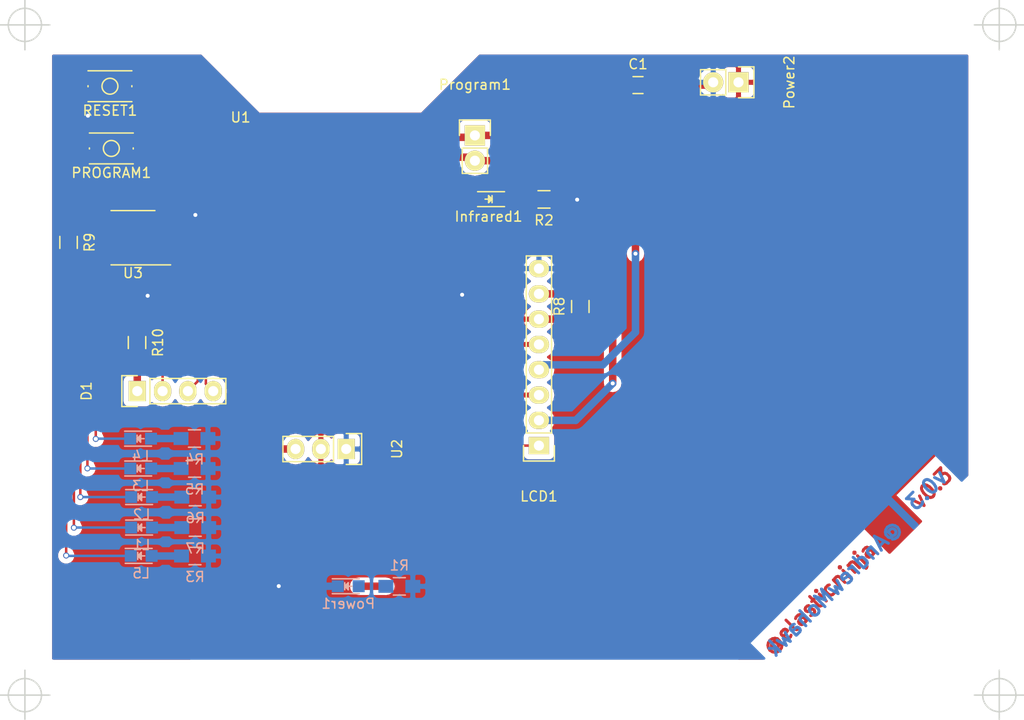
<source format=kicad_pcb>
(kicad_pcb (version 4) (host pcbnew 4.0.2+e4-6225~38~ubuntu15.10.1-stable)

  (general
    (links 61)
    (no_connects 1)
    (area 0 0 0 0)
    (thickness 1.6)
    (drawings 9)
    (tracks 187)
    (zones 0)
    (modules 27)
    (nets 41)
  )

  (page A4)
  (layers
    (0 F.Cu signal)
    (31 B.Cu signal)
    (32 B.Adhes user)
    (33 F.Adhes user)
    (34 B.Paste user)
    (35 F.Paste user)
    (36 B.SilkS user)
    (37 F.SilkS user)
    (38 B.Mask user)
    (39 F.Mask user)
    (40 Dwgs.User user)
    (41 Cmts.User user)
    (42 Eco1.User user)
    (43 Eco2.User user)
    (44 Edge.Cuts user)
    (45 Margin user)
    (46 B.CrtYd user)
    (47 F.CrtYd user)
    (48 B.Fab user)
    (49 F.Fab user)
  )

  (setup
    (last_trace_width 0.75)
    (user_trace_width 0.25)
    (user_trace_width 0.5)
    (user_trace_width 0.75)
    (trace_clearance 0.2)
    (zone_clearance 0.508)
    (zone_45_only yes)
    (trace_min 0.2)
    (segment_width 0.2)
    (edge_width 0.15)
    (via_size 0.6)
    (via_drill 0.4)
    (via_min_size 0.4)
    (via_min_drill 0.3)
    (uvia_size 0.3)
    (uvia_drill 0.1)
    (uvias_allowed no)
    (uvia_min_size 0.2)
    (uvia_min_drill 0.1)
    (pcb_text_width 0.3)
    (pcb_text_size 1.5 1.5)
    (mod_edge_width 0.15)
    (mod_text_size 1 1)
    (mod_text_width 0.15)
    (pad_size 1.524 1.524)
    (pad_drill 0.762)
    (pad_to_mask_clearance 0.2)
    (aux_axis_origin 0 0)
    (visible_elements FFFFFF7F)
    (pcbplotparams
      (layerselection 0x00030_80000001)
      (usegerberextensions false)
      (excludeedgelayer true)
      (linewidth 0.100000)
      (plotframeref false)
      (viasonmask false)
      (mode 1)
      (useauxorigin false)
      (hpglpennumber 1)
      (hpglpenspeed 20)
      (hpglpendiameter 15)
      (hpglpenoverlay 2)
      (psnegative false)
      (psa4output false)
      (plotreference true)
      (plotvalue true)
      (plotinvisibletext false)
      (padsonsilk false)
      (subtractmaskfromsilk false)
      (outputformat 1)
      (mirror false)
      (drillshape 1)
      (scaleselection 1)
      (outputdirectory ""))
  )

  (net 0 "")
  (net 1 +3V3)
  (net 2 "Net-(L4-Pad1)")
  (net 3 "Net-(L5-Pad1)")
  (net 4 "Net-(L3-Pad1)")
  (net 5 "Net-(U1-Pad6)")
  (net 6 "Net-(L2-Pad1)")
  (net 7 "Net-(U3-Pad13)")
  (net 8 "Net-(L1-Pad1)")
  (net 9 "Net-(U1-Pad5)")
  (net 10 "Net-(D1-Pad2)")
  (net 11 "Net-(U1-Pad4)")
  (net 12 "Net-(D1-Pad3)")
  (net 13 "Net-(D1-Pad4)")
  (net 14 "Net-(U3-Pad9)")
  (net 15 GND)
  (net 16 "Net-(Infrared1-Pad2)")
  (net 17 "Net-(L2-Pad2)")
  (net 18 "Net-(L3-Pad2)")
  (net 19 "Net-(L4-Pad2)")
  (net 20 "Net-(Power1-Pad2)")
  (net 21 "Net-(L5-Pad2)")
  (net 22 "Net-(L1-Pad2)")
  (net 23 "Net-(RESET1-Pad2)")
  (net 24 "Net-(U1-Pad9)")
  (net 25 "Net-(U1-Pad10)")
  (net 26 "Net-(U1-Pad11)")
  (net 27 "Net-(U1-Pad12)")
  (net 28 "Net-(U1-Pad13)")
  (net 29 "Net-(U1-Pad14)")
  (net 30 "Net-(U1-Pad2)")
  (net 31 "Net-(U1-Pad7)")
  (net 32 "Net-(Infrared1-Pad1)")
  (net 33 "Net-(LCD1-Pad3)")
  (net 34 "Net-(LCD1-Pad4)")
  (net 35 "Net-(LCD1-Pad5)")
  (net 36 "Net-(LCD1-Pad7)")
  (net 37 "Net-(D1-Pad1)")
  (net 38 "Net-(LCD1-Pad1)")
  (net 39 "Net-(LCD1-Pad2)")
  (net 40 "Net-(R9-Pad1)")

  (net_class Default "This is the default net class."
    (clearance 0.2)
    (trace_width 0.5)
    (via_dia 0.6)
    (via_drill 0.4)
    (uvia_dia 0.3)
    (uvia_drill 0.1)
    (add_net +3V3)
    (add_net GND)
    (add_net "Net-(D1-Pad1)")
    (add_net "Net-(D1-Pad2)")
    (add_net "Net-(D1-Pad3)")
    (add_net "Net-(D1-Pad4)")
    (add_net "Net-(Infrared1-Pad1)")
    (add_net "Net-(Infrared1-Pad2)")
    (add_net "Net-(L1-Pad1)")
    (add_net "Net-(L1-Pad2)")
    (add_net "Net-(L2-Pad1)")
    (add_net "Net-(L2-Pad2)")
    (add_net "Net-(L3-Pad1)")
    (add_net "Net-(L3-Pad2)")
    (add_net "Net-(L4-Pad1)")
    (add_net "Net-(L4-Pad2)")
    (add_net "Net-(L5-Pad1)")
    (add_net "Net-(L5-Pad2)")
    (add_net "Net-(LCD1-Pad1)")
    (add_net "Net-(LCD1-Pad2)")
    (add_net "Net-(LCD1-Pad3)")
    (add_net "Net-(LCD1-Pad4)")
    (add_net "Net-(LCD1-Pad5)")
    (add_net "Net-(LCD1-Pad7)")
    (add_net "Net-(Power1-Pad2)")
    (add_net "Net-(R9-Pad1)")
    (add_net "Net-(U1-Pad10)")
    (add_net "Net-(U1-Pad11)")
    (add_net "Net-(U1-Pad12)")
    (add_net "Net-(U1-Pad13)")
    (add_net "Net-(U1-Pad14)")
    (add_net "Net-(U1-Pad2)")
    (add_net "Net-(U1-Pad4)")
    (add_net "Net-(U1-Pad5)")
    (add_net "Net-(U1-Pad6)")
    (add_net "Net-(U1-Pad7)")
    (add_net "Net-(U1-Pad9)")
    (add_net "Net-(U3-Pad13)")
    (add_net "Net-(U3-Pad9)")
  )

  (net_class "wide track" ""
    (clearance 0.2)
    (trace_width 0.25)
    (via_dia 0.6)
    (via_drill 0.4)
    (uvia_dia 0.3)
    (uvia_drill 0.1)
    (add_net "Net-(RESET1-Pad2)")
  )

  (module ESP8266:ESP-12E (layer F.Cu) (tedit 559F8D21) (tstamp 576EDCB5)
    (at 75.7174 72.2503)
    (descr "Module, ESP-8266, ESP-12, 16 pad, SMD")
    (tags "Module ESP-8266 ESP8266")
    (path /576DAEDC)
    (fp_text reference U1 (at -2 -2) (layer F.SilkS)
      (effects (font (size 1 1) (thickness 0.15)))
    )
    (fp_text value ESP-12E (at 8 1) (layer F.Fab)
      (effects (font (size 1 1) (thickness 0.15)))
    )
    (fp_line (start 16 -8.4) (end 0 -2.6) (layer F.CrtYd) (width 0.1524))
    (fp_line (start 0 -8.4) (end 16 -2.6) (layer F.CrtYd) (width 0.1524))
    (fp_text user "No Copper" (at 7.9 -5.4) (layer F.CrtYd)
      (effects (font (size 1 1) (thickness 0.15)))
    )
    (fp_line (start 0 -8.4) (end 0 -2.6) (layer F.CrtYd) (width 0.1524))
    (fp_line (start 0 -2.6) (end 16 -2.6) (layer F.CrtYd) (width 0.1524))
    (fp_line (start 16 -2.6) (end 16 -8.4) (layer F.CrtYd) (width 0.1524))
    (fp_line (start 16 -8.4) (end 0 -8.4) (layer F.CrtYd) (width 0.1524))
    (fp_line (start 16 -8.4) (end 16 15.6) (layer F.Fab) (width 0.1524))
    (fp_line (start 16 15.6) (end 0 15.6) (layer F.Fab) (width 0.1524))
    (fp_line (start 0 15.6) (end 0 -8.4) (layer F.Fab) (width 0.1524))
    (fp_line (start 0 -8.4) (end 16 -8.4) (layer F.Fab) (width 0.1524))
    (pad 9 smd oval (at 2.99 15.75 90) (size 2.4 1.1) (layers F.Cu F.Paste F.Mask)
      (net 24 "Net-(U1-Pad9)"))
    (pad 10 smd oval (at 4.99 15.75 90) (size 2.4 1.1) (layers F.Cu F.Paste F.Mask)
      (net 25 "Net-(U1-Pad10)"))
    (pad 11 smd oval (at 6.99 15.75 90) (size 2.4 1.1) (layers F.Cu F.Paste F.Mask)
      (net 26 "Net-(U1-Pad11)"))
    (pad 12 smd oval (at 8.99 15.75 90) (size 2.4 1.1) (layers F.Cu F.Paste F.Mask)
      (net 27 "Net-(U1-Pad12)"))
    (pad 13 smd oval (at 10.99 15.75 90) (size 2.4 1.1) (layers F.Cu F.Paste F.Mask)
      (net 28 "Net-(U1-Pad13)"))
    (pad 14 smd oval (at 12.99 15.75 90) (size 2.4 1.1) (layers F.Cu F.Paste F.Mask)
      (net 29 "Net-(U1-Pad14)"))
    (pad 1 smd rect (at 0 0) (size 2.4 1.1) (layers F.Cu F.Paste F.Mask)
      (net 23 "Net-(RESET1-Pad2)"))
    (pad 2 smd oval (at 0 2) (size 2.4 1.1) (layers F.Cu F.Paste F.Mask)
      (net 30 "Net-(U1-Pad2)"))
    (pad 3 smd oval (at 0 4) (size 2.4 1.1) (layers F.Cu F.Paste F.Mask)
      (net 1 +3V3))
    (pad 4 smd oval (at 0 6) (size 2.4 1.1) (layers F.Cu F.Paste F.Mask)
      (net 11 "Net-(U1-Pad4)"))
    (pad 5 smd oval (at 0 8) (size 2.4 1.1) (layers F.Cu F.Paste F.Mask)
      (net 9 "Net-(U1-Pad5)"))
    (pad 6 smd oval (at 0 10) (size 2.4 1.1) (layers F.Cu F.Paste F.Mask)
      (net 5 "Net-(U1-Pad6)"))
    (pad 7 smd oval (at 0 12) (size 2.4 1.1) (layers F.Cu F.Paste F.Mask)
      (net 31 "Net-(U1-Pad7)"))
    (pad 8 smd oval (at 0 14) (size 2.4 1.1) (layers F.Cu F.Paste F.Mask)
      (net 1 +3V3))
    (pad 15 smd oval (at 16 14) (size 2.4 1.1) (layers F.Cu F.Paste F.Mask)
      (net 15 GND))
    (pad 16 smd oval (at 16 12) (size 2.4 1.1) (layers F.Cu F.Paste F.Mask)
      (net 15 GND))
    (pad 17 smd oval (at 16 10) (size 2.4 1.1) (layers F.Cu F.Paste F.Mask)
      (net 33 "Net-(LCD1-Pad3)"))
    (pad 18 smd oval (at 16 8) (size 2.4 1.1) (layers F.Cu F.Paste F.Mask)
      (net 35 "Net-(LCD1-Pad5)"))
    (pad 19 smd oval (at 16 6) (size 2.4 1.1) (layers F.Cu F.Paste F.Mask)
      (net 38 "Net-(LCD1-Pad1)"))
    (pad 20 smd oval (at 16 4) (size 2.4 1.1) (layers F.Cu F.Paste F.Mask)
      (net 16 "Net-(Infrared1-Pad2)"))
    (pad 21 smd oval (at 16 2) (size 2.4 1.1) (layers F.Cu F.Paste F.Mask)
      (net 39 "Net-(LCD1-Pad2)"))
    (pad 22 smd oval (at 16 0) (size 2.4 1.1) (layers F.Cu F.Paste F.Mask)
      (net 34 "Net-(LCD1-Pad4)"))
    (model ${ESPLIB}/ESP8266.3dshapes/ESP-12.wrl
      (at (xyz 0.04 0 0))
      (scale (xyz 0.3937 0.3937 0.3937))
      (rotate (xyz 0 0 0))
    )
  )

  (module Capacitors_SMD:C_0805_HandSoldering (layer F.Cu) (tedit 541A9B8D) (tstamp 57721A92)
    (at 113.6015 67.0052)
    (descr "Capacitor SMD 0805, hand soldering")
    (tags "capacitor 0805")
    (path /576DADEF)
    (attr smd)
    (fp_text reference C1 (at 0 -2.1) (layer F.SilkS)
      (effects (font (size 1 1) (thickness 0.15)))
    )
    (fp_text value 10uF (at 0 2.1) (layer F.Fab)
      (effects (font (size 1 1) (thickness 0.15)))
    )
    (fp_line (start -2.3 -1) (end 2.3 -1) (layer F.CrtYd) (width 0.05))
    (fp_line (start -2.3 1) (end 2.3 1) (layer F.CrtYd) (width 0.05))
    (fp_line (start -2.3 -1) (end -2.3 1) (layer F.CrtYd) (width 0.05))
    (fp_line (start 2.3 -1) (end 2.3 1) (layer F.CrtYd) (width 0.05))
    (fp_line (start 0.5 -0.85) (end -0.5 -0.85) (layer F.SilkS) (width 0.15))
    (fp_line (start -0.5 0.85) (end 0.5 0.85) (layer F.SilkS) (width 0.15))
    (pad 1 smd rect (at -1.25 0) (size 1.5 1.25) (layers F.Cu F.Paste F.Mask)
      (net 1 +3V3))
    (pad 2 smd rect (at 1.25 0) (size 1.5 1.25) (layers F.Cu F.Paste F.Mask)
      (net 15 GND))
    (model Capacitors_SMD.3dshapes/C_0805_HandSoldering.wrl
      (at (xyz 0 0 0))
      (scale (xyz 1 1 1))
      (rotate (xyz 0 0 0))
    )
  )

  (module Resistors_SMD:R_0805_HandSoldering (layer F.Cu) (tedit 54189DEE) (tstamp 57721B2F)
    (at 104.1654 78.486 180)
    (descr "Resistor SMD 0805, hand soldering")
    (tags "resistor 0805")
    (path /576D96E6)
    (attr smd)
    (fp_text reference R2 (at 0 -2.1 180) (layer F.SilkS)
      (effects (font (size 1 1) (thickness 0.15)))
    )
    (fp_text value 100 (at 0 2.1 180) (layer F.Fab)
      (effects (font (size 1 1) (thickness 0.15)))
    )
    (fp_line (start -2.4 -1) (end 2.4 -1) (layer F.CrtYd) (width 0.05))
    (fp_line (start -2.4 1) (end 2.4 1) (layer F.CrtYd) (width 0.05))
    (fp_line (start -2.4 -1) (end -2.4 1) (layer F.CrtYd) (width 0.05))
    (fp_line (start 2.4 -1) (end 2.4 1) (layer F.CrtYd) (width 0.05))
    (fp_line (start 0.6 0.875) (end -0.6 0.875) (layer F.SilkS) (width 0.15))
    (fp_line (start -0.6 -0.875) (end 0.6 -0.875) (layer F.SilkS) (width 0.15))
    (pad 1 smd rect (at -1.35 0 180) (size 1.5 1.3) (layers F.Cu F.Paste F.Mask)
      (net 15 GND))
    (pad 2 smd rect (at 1.35 0 180) (size 1.5 1.3) (layers F.Cu F.Paste F.Mask)
      (net 32 "Net-(Infrared1-Pad1)"))
    (model Resistors_SMD.3dshapes/R_0805_HandSoldering.wrl
      (at (xyz 0 0 0))
      (scale (xyz 1 1 1))
      (rotate (xyz 0 0 0))
    )
  )

  (module Pin_Headers:Pin_Header_Straight_1x02 (layer F.Cu) (tedit 54EA090C) (tstamp 5774D354)
    (at 123.6853 66.7258 270)
    (descr "Through hole pin header")
    (tags "pin header")
    (path /576EF59A)
    (fp_text reference Power2 (at 0 -5.1 270) (layer F.SilkS)
      (effects (font (size 1 1) (thickness 0.15)))
    )
    (fp_text value CONN_01X02 (at 0 -3.1 270) (layer F.Fab)
      (effects (font (size 1 1) (thickness 0.15)))
    )
    (fp_line (start 1.27 1.27) (end 1.27 3.81) (layer F.SilkS) (width 0.15))
    (fp_line (start 1.55 -1.55) (end 1.55 0) (layer F.SilkS) (width 0.15))
    (fp_line (start -1.75 -1.75) (end -1.75 4.3) (layer F.CrtYd) (width 0.05))
    (fp_line (start 1.75 -1.75) (end 1.75 4.3) (layer F.CrtYd) (width 0.05))
    (fp_line (start -1.75 -1.75) (end 1.75 -1.75) (layer F.CrtYd) (width 0.05))
    (fp_line (start -1.75 4.3) (end 1.75 4.3) (layer F.CrtYd) (width 0.05))
    (fp_line (start 1.27 1.27) (end -1.27 1.27) (layer F.SilkS) (width 0.15))
    (fp_line (start -1.55 0) (end -1.55 -1.55) (layer F.SilkS) (width 0.15))
    (fp_line (start -1.55 -1.55) (end 1.55 -1.55) (layer F.SilkS) (width 0.15))
    (fp_line (start -1.27 1.27) (end -1.27 3.81) (layer F.SilkS) (width 0.15))
    (fp_line (start -1.27 3.81) (end 1.27 3.81) (layer F.SilkS) (width 0.15))
    (pad 1 thru_hole rect (at 0 0 270) (size 2.032 2.032) (drill 1.016) (layers *.Cu *.Mask F.SilkS)
      (net 1 +3V3))
    (pad 2 thru_hole oval (at 0 2.54 270) (size 2.032 2.032) (drill 1.016) (layers *.Cu *.Mask F.SilkS)
      (net 15 GND))
    (model Pin_Headers.3dshapes/Pin_Header_Straight_1x02.wrl
      (at (xyz 0 -0.05 0))
      (scale (xyz 1 1 1))
      (rotate (xyz 0 0 90))
    )
  )

  (module Pin_Headers:Pin_Header_Straight_1x08 (layer F.Cu) (tedit 0) (tstamp 5774DD8F)
    (at 103.6574 103.2129 180)
    (descr "Through hole pin header")
    (tags "pin header")
    (path /5774D47C)
    (fp_text reference LCD1 (at 0 -5.1 180) (layer F.SilkS)
      (effects (font (size 1 1) (thickness 0.15)))
    )
    (fp_text value CONN_01X08 (at 0 -3.1 180) (layer F.Fab)
      (effects (font (size 1 1) (thickness 0.15)))
    )
    (fp_line (start -1.75 -1.75) (end -1.75 19.55) (layer F.CrtYd) (width 0.05))
    (fp_line (start 1.75 -1.75) (end 1.75 19.55) (layer F.CrtYd) (width 0.05))
    (fp_line (start -1.75 -1.75) (end 1.75 -1.75) (layer F.CrtYd) (width 0.05))
    (fp_line (start -1.75 19.55) (end 1.75 19.55) (layer F.CrtYd) (width 0.05))
    (fp_line (start 1.27 1.27) (end 1.27 19.05) (layer F.SilkS) (width 0.15))
    (fp_line (start 1.27 19.05) (end -1.27 19.05) (layer F.SilkS) (width 0.15))
    (fp_line (start -1.27 19.05) (end -1.27 1.27) (layer F.SilkS) (width 0.15))
    (fp_line (start 1.55 -1.55) (end 1.55 0) (layer F.SilkS) (width 0.15))
    (fp_line (start 1.27 1.27) (end -1.27 1.27) (layer F.SilkS) (width 0.15))
    (fp_line (start -1.55 0) (end -1.55 -1.55) (layer F.SilkS) (width 0.15))
    (fp_line (start -1.55 -1.55) (end 1.55 -1.55) (layer F.SilkS) (width 0.15))
    (pad 1 thru_hole rect (at 0 0 180) (size 2.032 1.7272) (drill 1.016) (layers *.Cu *.Mask F.SilkS)
      (net 38 "Net-(LCD1-Pad1)"))
    (pad 2 thru_hole oval (at 0 2.54 180) (size 2.032 1.7272) (drill 1.016) (layers *.Cu *.Mask F.SilkS)
      (net 39 "Net-(LCD1-Pad2)"))
    (pad 3 thru_hole oval (at 0 5.08 180) (size 2.032 1.7272) (drill 1.016) (layers *.Cu *.Mask F.SilkS)
      (net 33 "Net-(LCD1-Pad3)"))
    (pad 4 thru_hole oval (at 0 7.62 180) (size 2.032 1.7272) (drill 1.016) (layers *.Cu *.Mask F.SilkS)
      (net 34 "Net-(LCD1-Pad4)"))
    (pad 5 thru_hole oval (at 0 10.16 180) (size 2.032 1.7272) (drill 1.016) (layers *.Cu *.Mask F.SilkS)
      (net 35 "Net-(LCD1-Pad5)"))
    (pad 6 thru_hole oval (at 0 12.7 180) (size 2.032 1.7272) (drill 1.016) (layers *.Cu *.Mask F.SilkS)
      (net 1 +3V3))
    (pad 7 thru_hole oval (at 0 15.24 180) (size 2.032 1.7272) (drill 1.016) (layers *.Cu *.Mask F.SilkS)
      (net 36 "Net-(LCD1-Pad7)"))
    (pad 8 thru_hole oval (at 0 17.78 180) (size 2.032 1.7272) (drill 1.016) (layers *.Cu *.Mask F.SilkS)
      (net 15 GND))
    (model Pin_Headers.3dshapes/Pin_Header_Straight_1x08.wrl
      (at (xyz 0 -0.35 0))
      (scale (xyz 1 1 1))
      (rotate (xyz 0 0 90))
    )
  )

  (module Resistors_SMD:R_0805_HandSoldering (layer F.Cu) (tedit 54189DEE) (tstamp 5774DDAE)
    (at 107.8103 89.2429 90)
    (descr "Resistor SMD 0805, hand soldering")
    (tags "resistor 0805")
    (path /5774E89F)
    (attr smd)
    (fp_text reference R8 (at 0 -2.1 90) (layer F.SilkS)
      (effects (font (size 1 1) (thickness 0.15)))
    )
    (fp_text value 100 (at 0 2.1 90) (layer F.Fab)
      (effects (font (size 1 1) (thickness 0.15)))
    )
    (fp_line (start -2.4 -1) (end 2.4 -1) (layer F.CrtYd) (width 0.05))
    (fp_line (start -2.4 1) (end 2.4 1) (layer F.CrtYd) (width 0.05))
    (fp_line (start -2.4 -1) (end -2.4 1) (layer F.CrtYd) (width 0.05))
    (fp_line (start 2.4 -1) (end 2.4 1) (layer F.CrtYd) (width 0.05))
    (fp_line (start 0.6 0.875) (end -0.6 0.875) (layer F.SilkS) (width 0.15))
    (fp_line (start -0.6 -0.875) (end 0.6 -0.875) (layer F.SilkS) (width 0.15))
    (pad 1 smd rect (at -1.35 0 90) (size 1.5 1.3) (layers F.Cu F.Paste F.Mask)
      (net 1 +3V3))
    (pad 2 smd rect (at 1.35 0 90) (size 1.5 1.3) (layers F.Cu F.Paste F.Mask)
      (net 36 "Net-(LCD1-Pad7)"))
    (model Resistors_SMD.3dshapes/R_0805_HandSoldering.wrl
      (at (xyz 0 0 0))
      (scale (xyz 1 1 1))
      (rotate (xyz 0 0 0))
    )
  )

  (module Resistors_SMD:R_0805_HandSoldering (layer F.Cu) (tedit 54189DEE) (tstamp 5774DDBA)
    (at 56.4515 82.804 270)
    (descr "Resistor SMD 0805, hand soldering")
    (tags "resistor 0805")
    (path /57842282)
    (attr smd)
    (fp_text reference R9 (at 0 -2.1 270) (layer F.SilkS)
      (effects (font (size 1 1) (thickness 0.15)))
    )
    (fp_text value 100 (at 0 2.1 270) (layer F.Fab)
      (effects (font (size 1 1) (thickness 0.15)))
    )
    (fp_line (start -2.4 -1) (end 2.4 -1) (layer F.CrtYd) (width 0.05))
    (fp_line (start -2.4 1) (end 2.4 1) (layer F.CrtYd) (width 0.05))
    (fp_line (start -2.4 -1) (end -2.4 1) (layer F.CrtYd) (width 0.05))
    (fp_line (start 2.4 -1) (end 2.4 1) (layer F.CrtYd) (width 0.05))
    (fp_line (start 0.6 0.875) (end -0.6 0.875) (layer F.SilkS) (width 0.15))
    (fp_line (start -0.6 -0.875) (end 0.6 -0.875) (layer F.SilkS) (width 0.15))
    (pad 1 smd rect (at -1.35 0 270) (size 1.5 1.3) (layers F.Cu F.Paste F.Mask)
      (net 40 "Net-(R9-Pad1)"))
    (pad 2 smd rect (at 1.35 0 270) (size 1.5 1.3) (layers F.Cu F.Paste F.Mask)
      (net 1 +3V3))
    (model Resistors_SMD.3dshapes/R_0805_HandSoldering.wrl
      (at (xyz 0 0 0))
      (scale (xyz 1 1 1))
      (rotate (xyz 0 0 0))
    )
  )

  (module Pin_Headers:Pin_Header_Straight_1x04 (layer F.Cu) (tedit 0) (tstamp 5779225A)
    (at 63.3476 97.7392 90)
    (descr "Through hole pin header")
    (tags "pin header")
    (path /576D8957)
    (fp_text reference D1 (at 0 -5.1 90) (layer F.SilkS)
      (effects (font (size 1 1) (thickness 0.15)))
    )
    (fp_text value Led_RGB_CA (at 0 -3.1 90) (layer F.Fab)
      (effects (font (size 1 1) (thickness 0.15)))
    )
    (fp_line (start -1.75 -1.75) (end -1.75 9.4) (layer F.CrtYd) (width 0.05))
    (fp_line (start 1.75 -1.75) (end 1.75 9.4) (layer F.CrtYd) (width 0.05))
    (fp_line (start -1.75 -1.75) (end 1.75 -1.75) (layer F.CrtYd) (width 0.05))
    (fp_line (start -1.75 9.4) (end 1.75 9.4) (layer F.CrtYd) (width 0.05))
    (fp_line (start -1.27 1.27) (end -1.27 8.89) (layer F.SilkS) (width 0.15))
    (fp_line (start 1.27 1.27) (end 1.27 8.89) (layer F.SilkS) (width 0.15))
    (fp_line (start 1.55 -1.55) (end 1.55 0) (layer F.SilkS) (width 0.15))
    (fp_line (start -1.27 8.89) (end 1.27 8.89) (layer F.SilkS) (width 0.15))
    (fp_line (start 1.27 1.27) (end -1.27 1.27) (layer F.SilkS) (width 0.15))
    (fp_line (start -1.55 0) (end -1.55 -1.55) (layer F.SilkS) (width 0.15))
    (fp_line (start -1.55 -1.55) (end 1.55 -1.55) (layer F.SilkS) (width 0.15))
    (pad 1 thru_hole rect (at 0 0 90) (size 2.032 1.7272) (drill 1.016) (layers *.Cu *.Mask F.SilkS)
      (net 37 "Net-(D1-Pad1)"))
    (pad 2 thru_hole oval (at 0 2.54 90) (size 2.032 1.7272) (drill 1.016) (layers *.Cu *.Mask F.SilkS)
      (net 10 "Net-(D1-Pad2)"))
    (pad 3 thru_hole oval (at 0 5.08 90) (size 2.032 1.7272) (drill 1.016) (layers *.Cu *.Mask F.SilkS)
      (net 12 "Net-(D1-Pad3)"))
    (pad 4 thru_hole oval (at 0 7.62 90) (size 2.032 1.7272) (drill 1.016) (layers *.Cu *.Mask F.SilkS)
      (net 13 "Net-(D1-Pad4)"))
    (model Pin_Headers.3dshapes/Pin_Header_Straight_1x04.wrl
      (at (xyz 0 -0.15 0))
      (scale (xyz 1 1 1))
      (rotate (xyz 0 0 90))
    )
  )

  (module Pin_Headers:Pin_Header_Straight_1x02 (layer F.Cu) (tedit 54EA090C) (tstamp 57840976)
    (at 97.2312 72.0598)
    (descr "Through hole pin header")
    (tags "pin header")
    (path /5784055A)
    (fp_text reference Program1 (at 0 -5.1) (layer F.SilkS)
      (effects (font (size 1 1) (thickness 0.15)))
    )
    (fp_text value CONN_01X02 (at 0 -3.1) (layer F.Fab)
      (effects (font (size 1 1) (thickness 0.15)))
    )
    (fp_line (start 1.27 1.27) (end 1.27 3.81) (layer F.SilkS) (width 0.15))
    (fp_line (start 1.55 -1.55) (end 1.55 0) (layer F.SilkS) (width 0.15))
    (fp_line (start -1.75 -1.75) (end -1.75 4.3) (layer F.CrtYd) (width 0.05))
    (fp_line (start 1.75 -1.75) (end 1.75 4.3) (layer F.CrtYd) (width 0.05))
    (fp_line (start -1.75 -1.75) (end 1.75 -1.75) (layer F.CrtYd) (width 0.05))
    (fp_line (start -1.75 4.3) (end 1.75 4.3) (layer F.CrtYd) (width 0.05))
    (fp_line (start 1.27 1.27) (end -1.27 1.27) (layer F.SilkS) (width 0.15))
    (fp_line (start -1.55 0) (end -1.55 -1.55) (layer F.SilkS) (width 0.15))
    (fp_line (start -1.55 -1.55) (end 1.55 -1.55) (layer F.SilkS) (width 0.15))
    (fp_line (start -1.27 1.27) (end -1.27 3.81) (layer F.SilkS) (width 0.15))
    (fp_line (start -1.27 3.81) (end 1.27 3.81) (layer F.SilkS) (width 0.15))
    (pad 1 thru_hole rect (at 0 0) (size 2.032 2.032) (drill 1.016) (layers *.Cu *.Mask F.SilkS)
      (net 34 "Net-(LCD1-Pad4)"))
    (pad 2 thru_hole oval (at 0 2.54) (size 2.032 2.032) (drill 1.016) (layers *.Cu *.Mask F.SilkS)
      (net 39 "Net-(LCD1-Pad2)"))
    (model Pin_Headers.3dshapes/Pin_Header_Straight_1x02.wrl
      (at (xyz 0 -0.05 0))
      (scale (xyz 1 1 1))
      (rotate (xyz 0 0 90))
    )
  )

  (module LEDs:LED_0805 (layer F.Cu) (tedit 55BDE1C2) (tstamp 57979A99)
    (at 98.6028 78.4606 180)
    (descr "LED 0805 smd package")
    (tags "LED 0805 SMD")
    (path /576D8B38)
    (attr smd)
    (fp_text reference Infrared1 (at 0 -1.75 180) (layer F.SilkS)
      (effects (font (size 1 1) (thickness 0.15)))
    )
    (fp_text value LEDs:LED-5MM (at 0 1.75 180) (layer F.Fab)
      (effects (font (size 1 1) (thickness 0.15)))
    )
    (fp_line (start -1.6 0.75) (end 1.1 0.75) (layer F.SilkS) (width 0.15))
    (fp_line (start -1.6 -0.75) (end 1.1 -0.75) (layer F.SilkS) (width 0.15))
    (fp_line (start -0.1 0.15) (end -0.1 -0.1) (layer F.SilkS) (width 0.15))
    (fp_line (start -0.1 -0.1) (end -0.25 0.05) (layer F.SilkS) (width 0.15))
    (fp_line (start -0.35 -0.35) (end -0.35 0.35) (layer F.SilkS) (width 0.15))
    (fp_line (start 0 0) (end 0.35 0) (layer F.SilkS) (width 0.15))
    (fp_line (start -0.35 0) (end 0 -0.35) (layer F.SilkS) (width 0.15))
    (fp_line (start 0 -0.35) (end 0 0.35) (layer F.SilkS) (width 0.15))
    (fp_line (start 0 0.35) (end -0.35 0) (layer F.SilkS) (width 0.15))
    (fp_line (start 1.9 -0.95) (end 1.9 0.95) (layer F.CrtYd) (width 0.05))
    (fp_line (start 1.9 0.95) (end -1.9 0.95) (layer F.CrtYd) (width 0.05))
    (fp_line (start -1.9 0.95) (end -1.9 -0.95) (layer F.CrtYd) (width 0.05))
    (fp_line (start -1.9 -0.95) (end 1.9 -0.95) (layer F.CrtYd) (width 0.05))
    (pad 2 smd rect (at 1.04902 0) (size 1.19888 1.19888) (layers F.Cu F.Paste F.Mask)
      (net 16 "Net-(Infrared1-Pad2)"))
    (pad 1 smd rect (at -1.04902 0) (size 1.19888 1.19888) (layers F.Cu F.Paste F.Mask)
      (net 32 "Net-(Infrared1-Pad1)"))
    (model LEDs.3dshapes/LED_0805.wrl
      (at (xyz 0 0 0))
      (scale (xyz 1 1 1))
      (rotate (xyz 0 0 0))
    )
  )

  (module LEDs:LED_0805 (layer B.Cu) (tedit 55BDE1C2) (tstamp 57979AAC)
    (at 63.7794 111.4425)
    (descr "LED 0805 smd package")
    (tags "LED 0805 SMD")
    (path /576D8D24)
    (attr smd)
    (fp_text reference L1 (at 0 1.75) (layer B.SilkS)
      (effects (font (size 1 1) (thickness 0.15)) (justify mirror))
    )
    (fp_text value LEDs:LED-5MM (at 0 -1.75) (layer B.Fab)
      (effects (font (size 1 1) (thickness 0.15)) (justify mirror))
    )
    (fp_line (start -1.6 -0.75) (end 1.1 -0.75) (layer B.SilkS) (width 0.15))
    (fp_line (start -1.6 0.75) (end 1.1 0.75) (layer B.SilkS) (width 0.15))
    (fp_line (start -0.1 -0.15) (end -0.1 0.1) (layer B.SilkS) (width 0.15))
    (fp_line (start -0.1 0.1) (end -0.25 -0.05) (layer B.SilkS) (width 0.15))
    (fp_line (start -0.35 0.35) (end -0.35 -0.35) (layer B.SilkS) (width 0.15))
    (fp_line (start 0 0) (end 0.35 0) (layer B.SilkS) (width 0.15))
    (fp_line (start -0.35 0) (end 0 0.35) (layer B.SilkS) (width 0.15))
    (fp_line (start 0 0.35) (end 0 -0.35) (layer B.SilkS) (width 0.15))
    (fp_line (start 0 -0.35) (end -0.35 0) (layer B.SilkS) (width 0.15))
    (fp_line (start 1.9 0.95) (end 1.9 -0.95) (layer B.CrtYd) (width 0.05))
    (fp_line (start 1.9 -0.95) (end -1.9 -0.95) (layer B.CrtYd) (width 0.05))
    (fp_line (start -1.9 -0.95) (end -1.9 0.95) (layer B.CrtYd) (width 0.05))
    (fp_line (start -1.9 0.95) (end 1.9 0.95) (layer B.CrtYd) (width 0.05))
    (pad 2 smd rect (at 1.04902 0 180) (size 1.19888 1.19888) (layers B.Cu B.Paste B.Mask)
      (net 22 "Net-(L1-Pad2)"))
    (pad 1 smd rect (at -1.04902 0 180) (size 1.19888 1.19888) (layers B.Cu B.Paste B.Mask)
      (net 8 "Net-(L1-Pad1)"))
    (model LEDs.3dshapes/LED_0805.wrl
      (at (xyz 0 0 0))
      (scale (xyz 1 1 1))
      (rotate (xyz 0 0 0))
    )
  )

  (module LEDs:LED_0805 (layer B.Cu) (tedit 55BDE1C2) (tstamp 57979ABF)
    (at 63.7794 108.3818)
    (descr "LED 0805 smd package")
    (tags "LED 0805 SMD")
    (path /576D8DBF)
    (attr smd)
    (fp_text reference L2 (at 0 1.75) (layer B.SilkS)
      (effects (font (size 1 1) (thickness 0.15)) (justify mirror))
    )
    (fp_text value LED (at 0 -1.75) (layer B.Fab)
      (effects (font (size 1 1) (thickness 0.15)) (justify mirror))
    )
    (fp_line (start -1.6 -0.75) (end 1.1 -0.75) (layer B.SilkS) (width 0.15))
    (fp_line (start -1.6 0.75) (end 1.1 0.75) (layer B.SilkS) (width 0.15))
    (fp_line (start -0.1 -0.15) (end -0.1 0.1) (layer B.SilkS) (width 0.15))
    (fp_line (start -0.1 0.1) (end -0.25 -0.05) (layer B.SilkS) (width 0.15))
    (fp_line (start -0.35 0.35) (end -0.35 -0.35) (layer B.SilkS) (width 0.15))
    (fp_line (start 0 0) (end 0.35 0) (layer B.SilkS) (width 0.15))
    (fp_line (start -0.35 0) (end 0 0.35) (layer B.SilkS) (width 0.15))
    (fp_line (start 0 0.35) (end 0 -0.35) (layer B.SilkS) (width 0.15))
    (fp_line (start 0 -0.35) (end -0.35 0) (layer B.SilkS) (width 0.15))
    (fp_line (start 1.9 0.95) (end 1.9 -0.95) (layer B.CrtYd) (width 0.05))
    (fp_line (start 1.9 -0.95) (end -1.9 -0.95) (layer B.CrtYd) (width 0.05))
    (fp_line (start -1.9 -0.95) (end -1.9 0.95) (layer B.CrtYd) (width 0.05))
    (fp_line (start -1.9 0.95) (end 1.9 0.95) (layer B.CrtYd) (width 0.05))
    (pad 2 smd rect (at 1.04902 0 180) (size 1.19888 1.19888) (layers B.Cu B.Paste B.Mask)
      (net 17 "Net-(L2-Pad2)"))
    (pad 1 smd rect (at -1.04902 0 180) (size 1.19888 1.19888) (layers B.Cu B.Paste B.Mask)
      (net 6 "Net-(L2-Pad1)"))
    (model LEDs.3dshapes/LED_0805.wrl
      (at (xyz 0 0 0))
      (scale (xyz 1 1 1))
      (rotate (xyz 0 0 0))
    )
  )

  (module LEDs:LED_0805 (layer B.Cu) (tedit 55BDE1C2) (tstamp 57979AD2)
    (at 63.6905 105.5116)
    (descr "LED 0805 smd package")
    (tags "LED 0805 SMD")
    (path /576D8E6A)
    (attr smd)
    (fp_text reference L3 (at 0 1.75) (layer B.SilkS)
      (effects (font (size 1 1) (thickness 0.15)) (justify mirror))
    )
    (fp_text value LED (at 0 -1.75) (layer B.Fab)
      (effects (font (size 1 1) (thickness 0.15)) (justify mirror))
    )
    (fp_line (start -1.6 -0.75) (end 1.1 -0.75) (layer B.SilkS) (width 0.15))
    (fp_line (start -1.6 0.75) (end 1.1 0.75) (layer B.SilkS) (width 0.15))
    (fp_line (start -0.1 -0.15) (end -0.1 0.1) (layer B.SilkS) (width 0.15))
    (fp_line (start -0.1 0.1) (end -0.25 -0.05) (layer B.SilkS) (width 0.15))
    (fp_line (start -0.35 0.35) (end -0.35 -0.35) (layer B.SilkS) (width 0.15))
    (fp_line (start 0 0) (end 0.35 0) (layer B.SilkS) (width 0.15))
    (fp_line (start -0.35 0) (end 0 0.35) (layer B.SilkS) (width 0.15))
    (fp_line (start 0 0.35) (end 0 -0.35) (layer B.SilkS) (width 0.15))
    (fp_line (start 0 -0.35) (end -0.35 0) (layer B.SilkS) (width 0.15))
    (fp_line (start 1.9 0.95) (end 1.9 -0.95) (layer B.CrtYd) (width 0.05))
    (fp_line (start 1.9 -0.95) (end -1.9 -0.95) (layer B.CrtYd) (width 0.05))
    (fp_line (start -1.9 -0.95) (end -1.9 0.95) (layer B.CrtYd) (width 0.05))
    (fp_line (start -1.9 0.95) (end 1.9 0.95) (layer B.CrtYd) (width 0.05))
    (pad 2 smd rect (at 1.04902 0 180) (size 1.19888 1.19888) (layers B.Cu B.Paste B.Mask)
      (net 18 "Net-(L3-Pad2)"))
    (pad 1 smd rect (at -1.04902 0 180) (size 1.19888 1.19888) (layers B.Cu B.Paste B.Mask)
      (net 4 "Net-(L3-Pad1)"))
    (model LEDs.3dshapes/LED_0805.wrl
      (at (xyz 0 0 0))
      (scale (xyz 1 1 1))
      (rotate (xyz 0 0 0))
    )
  )

  (module LEDs:LED_0805 (layer B.Cu) (tedit 55BDE1C2) (tstamp 57979AE5)
    (at 63.6778 102.5144)
    (descr "LED 0805 smd package")
    (tags "LED 0805 SMD")
    (path /576D91CB)
    (attr smd)
    (fp_text reference L4 (at 0 1.75) (layer B.SilkS)
      (effects (font (size 1 1) (thickness 0.15)) (justify mirror))
    )
    (fp_text value LED (at 0 -1.75) (layer B.Fab)
      (effects (font (size 1 1) (thickness 0.15)) (justify mirror))
    )
    (fp_line (start -1.6 -0.75) (end 1.1 -0.75) (layer B.SilkS) (width 0.15))
    (fp_line (start -1.6 0.75) (end 1.1 0.75) (layer B.SilkS) (width 0.15))
    (fp_line (start -0.1 -0.15) (end -0.1 0.1) (layer B.SilkS) (width 0.15))
    (fp_line (start -0.1 0.1) (end -0.25 -0.05) (layer B.SilkS) (width 0.15))
    (fp_line (start -0.35 0.35) (end -0.35 -0.35) (layer B.SilkS) (width 0.15))
    (fp_line (start 0 0) (end 0.35 0) (layer B.SilkS) (width 0.15))
    (fp_line (start -0.35 0) (end 0 0.35) (layer B.SilkS) (width 0.15))
    (fp_line (start 0 0.35) (end 0 -0.35) (layer B.SilkS) (width 0.15))
    (fp_line (start 0 -0.35) (end -0.35 0) (layer B.SilkS) (width 0.15))
    (fp_line (start 1.9 0.95) (end 1.9 -0.95) (layer B.CrtYd) (width 0.05))
    (fp_line (start 1.9 -0.95) (end -1.9 -0.95) (layer B.CrtYd) (width 0.05))
    (fp_line (start -1.9 -0.95) (end -1.9 0.95) (layer B.CrtYd) (width 0.05))
    (fp_line (start -1.9 0.95) (end 1.9 0.95) (layer B.CrtYd) (width 0.05))
    (pad 2 smd rect (at 1.04902 0 180) (size 1.19888 1.19888) (layers B.Cu B.Paste B.Mask)
      (net 19 "Net-(L4-Pad2)"))
    (pad 1 smd rect (at -1.04902 0 180) (size 1.19888 1.19888) (layers B.Cu B.Paste B.Mask)
      (net 2 "Net-(L4-Pad1)"))
    (model LEDs.3dshapes/LED_0805.wrl
      (at (xyz 0 0 0))
      (scale (xyz 1 1 1))
      (rotate (xyz 0 0 0))
    )
  )

  (module LEDs:LED_0805 (layer B.Cu) (tedit 55BDE1C2) (tstamp 57979AF8)
    (at 63.7413 114.2873)
    (descr "LED 0805 smd package")
    (tags "LED 0805 SMD")
    (path /576D9207)
    (attr smd)
    (fp_text reference L5 (at 0 1.75) (layer B.SilkS)
      (effects (font (size 1 1) (thickness 0.15)) (justify mirror))
    )
    (fp_text value LEDs:LED-5MM (at 0 -1.75) (layer B.Fab)
      (effects (font (size 1 1) (thickness 0.15)) (justify mirror))
    )
    (fp_line (start -1.6 -0.75) (end 1.1 -0.75) (layer B.SilkS) (width 0.15))
    (fp_line (start -1.6 0.75) (end 1.1 0.75) (layer B.SilkS) (width 0.15))
    (fp_line (start -0.1 -0.15) (end -0.1 0.1) (layer B.SilkS) (width 0.15))
    (fp_line (start -0.1 0.1) (end -0.25 -0.05) (layer B.SilkS) (width 0.15))
    (fp_line (start -0.35 0.35) (end -0.35 -0.35) (layer B.SilkS) (width 0.15))
    (fp_line (start 0 0) (end 0.35 0) (layer B.SilkS) (width 0.15))
    (fp_line (start -0.35 0) (end 0 0.35) (layer B.SilkS) (width 0.15))
    (fp_line (start 0 0.35) (end 0 -0.35) (layer B.SilkS) (width 0.15))
    (fp_line (start 0 -0.35) (end -0.35 0) (layer B.SilkS) (width 0.15))
    (fp_line (start 1.9 0.95) (end 1.9 -0.95) (layer B.CrtYd) (width 0.05))
    (fp_line (start 1.9 -0.95) (end -1.9 -0.95) (layer B.CrtYd) (width 0.05))
    (fp_line (start -1.9 -0.95) (end -1.9 0.95) (layer B.CrtYd) (width 0.05))
    (fp_line (start -1.9 0.95) (end 1.9 0.95) (layer B.CrtYd) (width 0.05))
    (pad 2 smd rect (at 1.04902 0 180) (size 1.19888 1.19888) (layers B.Cu B.Paste B.Mask)
      (net 21 "Net-(L5-Pad2)"))
    (pad 1 smd rect (at -1.04902 0 180) (size 1.19888 1.19888) (layers B.Cu B.Paste B.Mask)
      (net 3 "Net-(L5-Pad1)"))
    (model LEDs.3dshapes/LED_0805.wrl
      (at (xyz 0 0 0))
      (scale (xyz 1 1 1))
      (rotate (xyz 0 0 0))
    )
  )

  (module LEDs:LED_0805 (layer B.Cu) (tedit 55BDE1C2) (tstamp 57979B0B)
    (at 84.5185 117.3353)
    (descr "LED 0805 smd package")
    (tags "LED 0805 SMD")
    (path /576D8A57)
    (attr smd)
    (fp_text reference Power1 (at 0 1.75) (layer B.SilkS)
      (effects (font (size 1 1) (thickness 0.15)) (justify mirror))
    )
    (fp_text value LED (at 0 -1.75) (layer B.Fab)
      (effects (font (size 1 1) (thickness 0.15)) (justify mirror))
    )
    (fp_line (start -1.6 -0.75) (end 1.1 -0.75) (layer B.SilkS) (width 0.15))
    (fp_line (start -1.6 0.75) (end 1.1 0.75) (layer B.SilkS) (width 0.15))
    (fp_line (start -0.1 -0.15) (end -0.1 0.1) (layer B.SilkS) (width 0.15))
    (fp_line (start -0.1 0.1) (end -0.25 -0.05) (layer B.SilkS) (width 0.15))
    (fp_line (start -0.35 0.35) (end -0.35 -0.35) (layer B.SilkS) (width 0.15))
    (fp_line (start 0 0) (end 0.35 0) (layer B.SilkS) (width 0.15))
    (fp_line (start -0.35 0) (end 0 0.35) (layer B.SilkS) (width 0.15))
    (fp_line (start 0 0.35) (end 0 -0.35) (layer B.SilkS) (width 0.15))
    (fp_line (start 0 -0.35) (end -0.35 0) (layer B.SilkS) (width 0.15))
    (fp_line (start 1.9 0.95) (end 1.9 -0.95) (layer B.CrtYd) (width 0.05))
    (fp_line (start 1.9 -0.95) (end -1.9 -0.95) (layer B.CrtYd) (width 0.05))
    (fp_line (start -1.9 -0.95) (end -1.9 0.95) (layer B.CrtYd) (width 0.05))
    (fp_line (start -1.9 0.95) (end 1.9 0.95) (layer B.CrtYd) (width 0.05))
    (pad 2 smd rect (at 1.04902 0 180) (size 1.19888 1.19888) (layers B.Cu B.Paste B.Mask)
      (net 20 "Net-(Power1-Pad2)"))
    (pad 1 smd rect (at -1.04902 0 180) (size 1.19888 1.19888) (layers B.Cu B.Paste B.Mask)
      (net 1 +3V3))
    (model LEDs.3dshapes/LED_0805.wrl
      (at (xyz 0 0 0))
      (scale (xyz 1 1 1))
      (rotate (xyz 0 0 0))
    )
  )

  (module Buttons_Switches_SMD:SW_SPST_KMR2 (layer F.Cu) (tedit 56EBEDF8) (tstamp 57979B1C)
    (at 60.7441 73.3679 180)
    (descr "CK components KMR2 tactile switch http://www.ck-components.com/kmr-2/tactile,10572,en.html")
    (tags "tactile switch kmr2")
    (path /576DACB7)
    (attr smd)
    (fp_text reference PROGRAM1 (at 0 -2.45 180) (layer F.SilkS)
      (effects (font (size 1 1) (thickness 0.15)))
    )
    (fp_text value SW_PUSH (at 0 2.55 180) (layer F.Fab)
      (effects (font (size 1 1) (thickness 0.15)))
    )
    (fp_line (start 2.2 0.05) (end 2.2 -0.05) (layer F.SilkS) (width 0.15))
    (fp_line (start -2.8 -1.8) (end 2.8 -1.8) (layer F.CrtYd) (width 0.05))
    (fp_line (start 2.8 -1.8) (end 2.8 1.8) (layer F.CrtYd) (width 0.05))
    (fp_line (start 2.8 1.8) (end -2.8 1.8) (layer F.CrtYd) (width 0.05))
    (fp_line (start -2.8 1.8) (end -2.8 -1.8) (layer F.CrtYd) (width 0.05))
    (fp_circle (center 0 0) (end 0 0.8) (layer F.SilkS) (width 0.15))
    (fp_line (start -2.2 1.55) (end 2.2 1.55) (layer F.SilkS) (width 0.15))
    (fp_line (start 2.2 -1.55) (end -2.2 -1.55) (layer F.SilkS) (width 0.15))
    (fp_line (start -2.2 0.05) (end -2.2 -0.05) (layer F.SilkS) (width 0.15))
    (pad 1 smd rect (at -2.05 -0.8 270) (size 0.9 1) (layers F.Cu F.Paste F.Mask)
      (net 35 "Net-(LCD1-Pad5)"))
    (pad 2 smd rect (at -2.05 0.8 270) (size 0.9 1) (layers F.Cu F.Paste F.Mask)
      (net 15 GND))
    (pad 1 smd rect (at 2.05 -0.8 270) (size 0.9 1) (layers F.Cu F.Paste F.Mask)
      (net 35 "Net-(LCD1-Pad5)"))
    (pad 2 smd rect (at 2.05 0.8 270) (size 0.9 1) (layers F.Cu F.Paste F.Mask)
      (net 15 GND))
  )

  (module Resistors_SMD:R_0805_HandSoldering (layer B.Cu) (tedit 54189DEE) (tstamp 57979B28)
    (at 89.6493 117.348 180)
    (descr "Resistor SMD 0805, hand soldering")
    (tags "resistor 0805")
    (path /576D9694)
    (attr smd)
    (fp_text reference R1 (at 0 2.1 180) (layer B.SilkS)
      (effects (font (size 1 1) (thickness 0.15)) (justify mirror))
    )
    (fp_text value 100 (at 0 -2.1 180) (layer B.Fab)
      (effects (font (size 1 1) (thickness 0.15)) (justify mirror))
    )
    (fp_line (start -2.4 1) (end 2.4 1) (layer B.CrtYd) (width 0.05))
    (fp_line (start -2.4 -1) (end 2.4 -1) (layer B.CrtYd) (width 0.05))
    (fp_line (start -2.4 1) (end -2.4 -1) (layer B.CrtYd) (width 0.05))
    (fp_line (start 2.4 1) (end 2.4 -1) (layer B.CrtYd) (width 0.05))
    (fp_line (start 0.6 -0.875) (end -0.6 -0.875) (layer B.SilkS) (width 0.15))
    (fp_line (start -0.6 0.875) (end 0.6 0.875) (layer B.SilkS) (width 0.15))
    (pad 1 smd rect (at -1.35 0 180) (size 1.5 1.3) (layers B.Cu B.Paste B.Mask)
      (net 15 GND))
    (pad 2 smd rect (at 1.35 0 180) (size 1.5 1.3) (layers B.Cu B.Paste B.Mask)
      (net 20 "Net-(Power1-Pad2)"))
    (model Resistors_SMD.3dshapes/R_0805_HandSoldering.wrl
      (at (xyz 0 0 0))
      (scale (xyz 1 1 1))
      (rotate (xyz 0 0 0))
    )
  )

  (module Resistors_SMD:R_0805_HandSoldering (layer B.Cu) (tedit 54189DEE) (tstamp 57979B34)
    (at 69.1388 114.3)
    (descr "Resistor SMD 0805, hand soldering")
    (tags "resistor 0805")
    (path /576D989E)
    (attr smd)
    (fp_text reference R3 (at 0 2.1) (layer B.SilkS)
      (effects (font (size 1 1) (thickness 0.15)) (justify mirror))
    )
    (fp_text value 100 (at 0 -2.1) (layer B.Fab)
      (effects (font (size 1 1) (thickness 0.15)) (justify mirror))
    )
    (fp_line (start -2.4 1) (end 2.4 1) (layer B.CrtYd) (width 0.05))
    (fp_line (start -2.4 -1) (end 2.4 -1) (layer B.CrtYd) (width 0.05))
    (fp_line (start -2.4 1) (end -2.4 -1) (layer B.CrtYd) (width 0.05))
    (fp_line (start 2.4 1) (end 2.4 -1) (layer B.CrtYd) (width 0.05))
    (fp_line (start 0.6 -0.875) (end -0.6 -0.875) (layer B.SilkS) (width 0.15))
    (fp_line (start -0.6 0.875) (end 0.6 0.875) (layer B.SilkS) (width 0.15))
    (pad 1 smd rect (at -1.35 0) (size 1.5 1.3) (layers B.Cu B.Paste B.Mask)
      (net 21 "Net-(L5-Pad2)"))
    (pad 2 smd rect (at 1.35 0) (size 1.5 1.3) (layers B.Cu B.Paste B.Mask)
      (net 15 GND))
    (model Resistors_SMD.3dshapes/R_0805_HandSoldering.wrl
      (at (xyz 0 0 0))
      (scale (xyz 1 1 1))
      (rotate (xyz 0 0 0))
    )
  )

  (module Resistors_SMD:R_0805_HandSoldering (layer B.Cu) (tedit 54189DEE) (tstamp 57979B40)
    (at 69.088 102.5017)
    (descr "Resistor SMD 0805, hand soldering")
    (tags "resistor 0805")
    (path /576D9852)
    (attr smd)
    (fp_text reference R4 (at 0 2.1) (layer B.SilkS)
      (effects (font (size 1 1) (thickness 0.15)) (justify mirror))
    )
    (fp_text value 100 (at 0 -2.1) (layer B.Fab)
      (effects (font (size 1 1) (thickness 0.15)) (justify mirror))
    )
    (fp_line (start -2.4 1) (end 2.4 1) (layer B.CrtYd) (width 0.05))
    (fp_line (start -2.4 -1) (end 2.4 -1) (layer B.CrtYd) (width 0.05))
    (fp_line (start -2.4 1) (end -2.4 -1) (layer B.CrtYd) (width 0.05))
    (fp_line (start 2.4 1) (end 2.4 -1) (layer B.CrtYd) (width 0.05))
    (fp_line (start 0.6 -0.875) (end -0.6 -0.875) (layer B.SilkS) (width 0.15))
    (fp_line (start -0.6 0.875) (end 0.6 0.875) (layer B.SilkS) (width 0.15))
    (pad 1 smd rect (at -1.35 0) (size 1.5 1.3) (layers B.Cu B.Paste B.Mask)
      (net 19 "Net-(L4-Pad2)"))
    (pad 2 smd rect (at 1.35 0) (size 1.5 1.3) (layers B.Cu B.Paste B.Mask)
      (net 15 GND))
    (model Resistors_SMD.3dshapes/R_0805_HandSoldering.wrl
      (at (xyz 0 0 0))
      (scale (xyz 1 1 1))
      (rotate (xyz 0 0 0))
    )
  )

  (module Resistors_SMD:R_0805_HandSoldering (layer B.Cu) (tedit 54189DEE) (tstamp 57979B4C)
    (at 69.1007 105.5116)
    (descr "Resistor SMD 0805, hand soldering")
    (tags "resistor 0805")
    (path /576D980D)
    (attr smd)
    (fp_text reference R5 (at 0 2.1) (layer B.SilkS)
      (effects (font (size 1 1) (thickness 0.15)) (justify mirror))
    )
    (fp_text value 100 (at 0 -2.1) (layer B.Fab)
      (effects (font (size 1 1) (thickness 0.15)) (justify mirror))
    )
    (fp_line (start -2.4 1) (end 2.4 1) (layer B.CrtYd) (width 0.05))
    (fp_line (start -2.4 -1) (end 2.4 -1) (layer B.CrtYd) (width 0.05))
    (fp_line (start -2.4 1) (end -2.4 -1) (layer B.CrtYd) (width 0.05))
    (fp_line (start 2.4 1) (end 2.4 -1) (layer B.CrtYd) (width 0.05))
    (fp_line (start 0.6 -0.875) (end -0.6 -0.875) (layer B.SilkS) (width 0.15))
    (fp_line (start -0.6 0.875) (end 0.6 0.875) (layer B.SilkS) (width 0.15))
    (pad 1 smd rect (at -1.35 0) (size 1.5 1.3) (layers B.Cu B.Paste B.Mask)
      (net 18 "Net-(L3-Pad2)"))
    (pad 2 smd rect (at 1.35 0) (size 1.5 1.3) (layers B.Cu B.Paste B.Mask)
      (net 15 GND))
    (model Resistors_SMD.3dshapes/R_0805_HandSoldering.wrl
      (at (xyz 0 0 0))
      (scale (xyz 1 1 1))
      (rotate (xyz 0 0 0))
    )
  )

  (module Resistors_SMD:R_0805_HandSoldering (layer B.Cu) (tedit 54189DEE) (tstamp 57979B58)
    (at 69.1642 108.3818)
    (descr "Resistor SMD 0805, hand soldering")
    (tags "resistor 0805")
    (path /576D97C9)
    (attr smd)
    (fp_text reference R6 (at 0 2.1) (layer B.SilkS)
      (effects (font (size 1 1) (thickness 0.15)) (justify mirror))
    )
    (fp_text value 100 (at 0 -2.1) (layer B.Fab)
      (effects (font (size 1 1) (thickness 0.15)) (justify mirror))
    )
    (fp_line (start -2.4 1) (end 2.4 1) (layer B.CrtYd) (width 0.05))
    (fp_line (start -2.4 -1) (end 2.4 -1) (layer B.CrtYd) (width 0.05))
    (fp_line (start -2.4 1) (end -2.4 -1) (layer B.CrtYd) (width 0.05))
    (fp_line (start 2.4 1) (end 2.4 -1) (layer B.CrtYd) (width 0.05))
    (fp_line (start 0.6 -0.875) (end -0.6 -0.875) (layer B.SilkS) (width 0.15))
    (fp_line (start -0.6 0.875) (end 0.6 0.875) (layer B.SilkS) (width 0.15))
    (pad 1 smd rect (at -1.35 0) (size 1.5 1.3) (layers B.Cu B.Paste B.Mask)
      (net 17 "Net-(L2-Pad2)"))
    (pad 2 smd rect (at 1.35 0) (size 1.5 1.3) (layers B.Cu B.Paste B.Mask)
      (net 15 GND))
    (model Resistors_SMD.3dshapes/R_0805_HandSoldering.wrl
      (at (xyz 0 0 0))
      (scale (xyz 1 1 1))
      (rotate (xyz 0 0 0))
    )
  )

  (module Resistors_SMD:R_0805_HandSoldering (layer B.Cu) (tedit 54189DEE) (tstamp 57979B64)
    (at 69.1642 111.4425)
    (descr "Resistor SMD 0805, hand soldering")
    (tags "resistor 0805")
    (path /576D973C)
    (attr smd)
    (fp_text reference R7 (at 0 2.1) (layer B.SilkS)
      (effects (font (size 1 1) (thickness 0.15)) (justify mirror))
    )
    (fp_text value 100 (at 0 -2.1) (layer B.Fab)
      (effects (font (size 1 1) (thickness 0.15)) (justify mirror))
    )
    (fp_line (start -2.4 1) (end 2.4 1) (layer B.CrtYd) (width 0.05))
    (fp_line (start -2.4 -1) (end 2.4 -1) (layer B.CrtYd) (width 0.05))
    (fp_line (start -2.4 1) (end -2.4 -1) (layer B.CrtYd) (width 0.05))
    (fp_line (start 2.4 1) (end 2.4 -1) (layer B.CrtYd) (width 0.05))
    (fp_line (start 0.6 -0.875) (end -0.6 -0.875) (layer B.SilkS) (width 0.15))
    (fp_line (start -0.6 0.875) (end 0.6 0.875) (layer B.SilkS) (width 0.15))
    (pad 1 smd rect (at -1.35 0) (size 1.5 1.3) (layers B.Cu B.Paste B.Mask)
      (net 22 "Net-(L1-Pad2)"))
    (pad 2 smd rect (at 1.35 0) (size 1.5 1.3) (layers B.Cu B.Paste B.Mask)
      (net 15 GND))
    (model Resistors_SMD.3dshapes/R_0805_HandSoldering.wrl
      (at (xyz 0 0 0))
      (scale (xyz 1 1 1))
      (rotate (xyz 0 0 0))
    )
  )

  (module Resistors_SMD:R_0805_HandSoldering (layer F.Cu) (tedit 54189DEE) (tstamp 57979B70)
    (at 63.3222 92.8624 270)
    (descr "Resistor SMD 0805, hand soldering")
    (tags "resistor 0805")
    (path /57842625)
    (attr smd)
    (fp_text reference R10 (at 0 -2.1 270) (layer F.SilkS)
      (effects (font (size 1 1) (thickness 0.15)))
    )
    (fp_text value 100 (at 0 2.1 270) (layer F.Fab)
      (effects (font (size 1 1) (thickness 0.15)))
    )
    (fp_line (start -2.4 -1) (end 2.4 -1) (layer F.CrtYd) (width 0.05))
    (fp_line (start -2.4 1) (end 2.4 1) (layer F.CrtYd) (width 0.05))
    (fp_line (start -2.4 -1) (end -2.4 1) (layer F.CrtYd) (width 0.05))
    (fp_line (start 2.4 -1) (end 2.4 1) (layer F.CrtYd) (width 0.05))
    (fp_line (start 0.6 0.875) (end -0.6 0.875) (layer F.SilkS) (width 0.15))
    (fp_line (start -0.6 -0.875) (end 0.6 -0.875) (layer F.SilkS) (width 0.15))
    (pad 1 smd rect (at -1.35 0 270) (size 1.5 1.3) (layers F.Cu F.Paste F.Mask)
      (net 15 GND))
    (pad 2 smd rect (at 1.35 0 270) (size 1.5 1.3) (layers F.Cu F.Paste F.Mask)
      (net 37 "Net-(D1-Pad1)"))
    (model Resistors_SMD.3dshapes/R_0805_HandSoldering.wrl
      (at (xyz 0 0 0))
      (scale (xyz 1 1 1))
      (rotate (xyz 0 0 0))
    )
  )

  (module Buttons_Switches_SMD:SW_SPST_KMR2 (layer F.Cu) (tedit 56EBEDF8) (tstamp 57979B81)
    (at 60.6044 67.1195 180)
    (descr "CK components KMR2 tactile switch http://www.ck-components.com/kmr-2/tactile,10572,en.html")
    (tags "tactile switch kmr2")
    (path /576DADA9)
    (attr smd)
    (fp_text reference RESET1 (at 0 -2.45 180) (layer F.SilkS)
      (effects (font (size 1 1) (thickness 0.15)))
    )
    (fp_text value SW_PUSH (at 0 2.55 180) (layer F.Fab)
      (effects (font (size 1 1) (thickness 0.15)))
    )
    (fp_line (start 2.2 0.05) (end 2.2 -0.05) (layer F.SilkS) (width 0.15))
    (fp_line (start -2.8 -1.8) (end 2.8 -1.8) (layer F.CrtYd) (width 0.05))
    (fp_line (start 2.8 -1.8) (end 2.8 1.8) (layer F.CrtYd) (width 0.05))
    (fp_line (start 2.8 1.8) (end -2.8 1.8) (layer F.CrtYd) (width 0.05))
    (fp_line (start -2.8 1.8) (end -2.8 -1.8) (layer F.CrtYd) (width 0.05))
    (fp_circle (center 0 0) (end 0 0.8) (layer F.SilkS) (width 0.15))
    (fp_line (start -2.2 1.55) (end 2.2 1.55) (layer F.SilkS) (width 0.15))
    (fp_line (start 2.2 -1.55) (end -2.2 -1.55) (layer F.SilkS) (width 0.15))
    (fp_line (start -2.2 0.05) (end -2.2 -0.05) (layer F.SilkS) (width 0.15))
    (pad 1 smd rect (at -2.05 -0.8 270) (size 0.9 1) (layers F.Cu F.Paste F.Mask)
      (net 15 GND))
    (pad 2 smd rect (at -2.05 0.8 270) (size 0.9 1) (layers F.Cu F.Paste F.Mask)
      (net 23 "Net-(RESET1-Pad2)"))
    (pad 1 smd rect (at 2.05 -0.8 270) (size 0.9 1) (layers F.Cu F.Paste F.Mask)
      (net 15 GND))
    (pad 2 smd rect (at 2.05 0.8 270) (size 0.9 1) (layers F.Cu F.Paste F.Mask)
      (net 23 "Net-(RESET1-Pad2)"))
  )

  (module Housings_SSOP:TSSOP-16_4.4x5mm_Pitch0.65mm (layer F.Cu) (tedit 54130A77) (tstamp 57979B9B)
    (at 62.9158 82.3341 180)
    (descr "16-Lead Plastic Thin Shrink Small Outline (ST)-4.4 mm Body [TSSOP] (see Microchip Packaging Specification 00000049BS.pdf)")
    (tags "SSOP 0.65")
    (path /576D98EA)
    (attr smd)
    (fp_text reference U3 (at 0 -3.55 180) (layer F.SilkS)
      (effects (font (size 1 1) (thickness 0.15)))
    )
    (fp_text value 74HC595 (at 0 3.55 180) (layer F.Fab)
      (effects (font (size 1 1) (thickness 0.15)))
    )
    (fp_line (start -3.95 -2.8) (end -3.95 2.8) (layer F.CrtYd) (width 0.05))
    (fp_line (start 3.95 -2.8) (end 3.95 2.8) (layer F.CrtYd) (width 0.05))
    (fp_line (start -3.95 -2.8) (end 3.95 -2.8) (layer F.CrtYd) (width 0.05))
    (fp_line (start -3.95 2.8) (end 3.95 2.8) (layer F.CrtYd) (width 0.05))
    (fp_line (start -2.2 2.725) (end 2.2 2.725) (layer F.SilkS) (width 0.15))
    (fp_line (start -3.775 -2.725) (end 2.2 -2.725) (layer F.SilkS) (width 0.15))
    (pad 1 smd rect (at -2.95 -2.275 180) (size 1.5 0.45) (layers F.Cu F.Paste F.Mask)
      (net 2 "Net-(L4-Pad1)"))
    (pad 2 smd rect (at -2.95 -1.625 180) (size 1.5 0.45) (layers F.Cu F.Paste F.Mask)
      (net 4 "Net-(L3-Pad1)"))
    (pad 3 smd rect (at -2.95 -0.975 180) (size 1.5 0.45) (layers F.Cu F.Paste F.Mask)
      (net 6 "Net-(L2-Pad1)"))
    (pad 4 smd rect (at -2.95 -0.325 180) (size 1.5 0.45) (layers F.Cu F.Paste F.Mask)
      (net 8 "Net-(L1-Pad1)"))
    (pad 5 smd rect (at -2.95 0.325 180) (size 1.5 0.45) (layers F.Cu F.Paste F.Mask)
      (net 10 "Net-(D1-Pad2)"))
    (pad 6 smd rect (at -2.95 0.975 180) (size 1.5 0.45) (layers F.Cu F.Paste F.Mask)
      (net 12 "Net-(D1-Pad3)"))
    (pad 7 smd rect (at -2.95 1.625 180) (size 1.5 0.45) (layers F.Cu F.Paste F.Mask)
      (net 13 "Net-(D1-Pad4)"))
    (pad 8 smd rect (at -2.95 2.275 180) (size 1.5 0.45) (layers F.Cu F.Paste F.Mask)
      (net 15 GND))
    (pad 9 smd rect (at 2.95 2.275 180) (size 1.5 0.45) (layers F.Cu F.Paste F.Mask)
      (net 14 "Net-(U3-Pad9)"))
    (pad 10 smd rect (at 2.95 1.625 180) (size 1.5 0.45) (layers F.Cu F.Paste F.Mask)
      (net 40 "Net-(R9-Pad1)"))
    (pad 11 smd rect (at 2.95 0.975 180) (size 1.5 0.45) (layers F.Cu F.Paste F.Mask)
      (net 11 "Net-(U1-Pad4)"))
    (pad 12 smd rect (at 2.95 0.325 180) (size 1.5 0.45) (layers F.Cu F.Paste F.Mask)
      (net 9 "Net-(U1-Pad5)"))
    (pad 13 smd rect (at 2.95 -0.325 180) (size 1.5 0.45) (layers F.Cu F.Paste F.Mask)
      (net 7 "Net-(U3-Pad13)"))
    (pad 14 smd rect (at 2.95 -0.975 180) (size 1.5 0.45) (layers F.Cu F.Paste F.Mask)
      (net 5 "Net-(U1-Pad6)"))
    (pad 15 smd rect (at 2.95 -1.625 180) (size 1.5 0.45) (layers F.Cu F.Paste F.Mask)
      (net 3 "Net-(L5-Pad1)"))
    (pad 16 smd rect (at 2.95 -2.275 180) (size 1.5 0.45) (layers F.Cu F.Paste F.Mask)
      (net 1 +3V3))
    (model Housings_SSOP.3dshapes/TSSOP-16_4.4x5mm_Pitch0.65mm.wrl
      (at (xyz 0 0 0))
      (scale (xyz 1 1 1))
      (rotate (xyz 0 0 0))
    )
  )

  (module Pin_Headers:Pin_Header_Straight_1x03 (layer F.Cu) (tedit 0) (tstamp 5797B6EB)
    (at 84.3153 103.5558 270)
    (descr "Through hole pin header")
    (tags "pin header")
    (path /576E771F)
    (fp_text reference U2 (at 0 -5.1 270) (layer F.SilkS)
      (effects (font (size 1 1) (thickness 0.15)))
    )
    (fp_text value TSOP38238 (at 0 -3.1 270) (layer F.Fab)
      (effects (font (size 1 1) (thickness 0.15)))
    )
    (fp_line (start -1.75 -1.75) (end -1.75 6.85) (layer F.CrtYd) (width 0.05))
    (fp_line (start 1.75 -1.75) (end 1.75 6.85) (layer F.CrtYd) (width 0.05))
    (fp_line (start -1.75 -1.75) (end 1.75 -1.75) (layer F.CrtYd) (width 0.05))
    (fp_line (start -1.75 6.85) (end 1.75 6.85) (layer F.CrtYd) (width 0.05))
    (fp_line (start -1.27 1.27) (end -1.27 6.35) (layer F.SilkS) (width 0.15))
    (fp_line (start -1.27 6.35) (end 1.27 6.35) (layer F.SilkS) (width 0.15))
    (fp_line (start 1.27 6.35) (end 1.27 1.27) (layer F.SilkS) (width 0.15))
    (fp_line (start 1.55 -1.55) (end 1.55 0) (layer F.SilkS) (width 0.15))
    (fp_line (start 1.27 1.27) (end -1.27 1.27) (layer F.SilkS) (width 0.15))
    (fp_line (start -1.55 0) (end -1.55 -1.55) (layer F.SilkS) (width 0.15))
    (fp_line (start -1.55 -1.55) (end 1.55 -1.55) (layer F.SilkS) (width 0.15))
    (pad 1 thru_hole rect (at 0 0 270) (size 2.032 1.7272) (drill 1.016) (layers *.Cu *.Mask F.SilkS)
      (net 15 GND))
    (pad 2 thru_hole oval (at 0 2.54 270) (size 2.032 1.7272) (drill 1.016) (layers *.Cu *.Mask F.SilkS)
      (net 1 +3V3))
    (pad 3 thru_hole oval (at 0 5.08 270) (size 2.032 1.7272) (drill 1.016) (layers *.Cu *.Mask F.SilkS)
      (net 31 "Net-(U1-Pad7)"))
    (model Pin_Headers.3dshapes/Pin_Header_Straight_1x03.wrl
      (at (xyz 0 -0.1 0))
      (scale (xyz 1 1 1))
      (rotate (xyz 0 0 90))
    )
  )

  (gr_text v0.3 (at 142.5829 107.6579 45) (layer B.Cu)
    (effects (font (size 1.5 1.5) (thickness 0.3)) (justify mirror))
  )
  (gr_text v0.3 (at 143.0909 107.4801 45) (layer F.Cu)
    (effects (font (size 1.5 1.5) (thickness 0.3)))
  )
  (gr_text 73950de5c7766f8ae4fb76bc7ecf4b83f05361bd (at 96.1644 123.4948) (layer F.Cu)
    (effects (font (size 1.5 1.5) (thickness 0.3)))
  )
  (gr_text @elasticninja (at 131.7879 118.5672 45) (layer F.Cu)
    (effects (font (size 1.5 1.5) (thickness 0.3)))
  )
  (gr_text @AndrewMohawk (at 133.2484 117.5385 45) (layer B.Cu)
    (effects (font (size 1.5 1.5) (thickness 0.3)) (justify mirror))
  )
  (target plus (at 52.07 60.96) (size 5) (width 0.15) (layer Edge.Cuts))
  (target plus (at 149.86 60.96) (size 5) (width 0.15) (layer Edge.Cuts))
  (target plus (at 149.86 128.27) (size 5) (width 0.15) (layer Edge.Cuts))
  (target plus (at 52.07 128.27) (size 5) (width 0.15) (layer Edge.Cuts))

  (segment (start 85.56752 117.3353) (end 88.2866 117.3353) (width 0.75) (layer F.Cu) (net 0))
  (segment (start 88.2866 117.3353) (end 88.2993 117.348) (width 0.75) (layer F.Cu) (net 0) (tstamp 5797A71C))
  (segment (start 83.46948 117.3353) (end 77.5589 117.3353) (width 0.75) (layer B.Cu) (net 1) (status 400000))
  (via (at 77.5462 117.3226) (size 0.6) (drill 0.4) (layers F.Cu B.Cu) (net 1))
  (segment (start 77.5589 117.3353) (end 77.5462 117.3226) (width 0.75) (layer B.Cu) (net 1) (tstamp 5797B765))
  (segment (start 56.4515 84.154) (end 57.5729 84.154) (width 0.25) (layer F.Cu) (net 1) (status 10))
  (segment (start 58.028 84.6091) (end 59.9658 84.6091) (width 0.25) (layer F.Cu) (net 1) (tstamp 5797A4B2) (status 20))
  (segment (start 57.5729 84.154) (end 58.028 84.6091) (width 0.25) (layer F.Cu) (net 1) (tstamp 5797A4AD))
  (segment (start 103.6574 90.5129) (end 107.7303 90.5129) (width 0.75) (layer F.Cu) (net 1) (status 30))
  (segment (start 107.7303 90.5129) (end 107.8103 90.5929) (width 0.75) (layer F.Cu) (net 1) (tstamp 5787888E) (status 30))
  (segment (start 65.8658 84.6091) (end 65.3652 84.6091) (width 0.25) (layer F.Cu) (net 2))
  (segment (start 65.3652 84.6091) (end 60.5917 89.3826) (width 0.25) (layer F.Cu) (net 2) (tstamp 5797B184))
  (segment (start 60.5917 89.3826) (end 59.2963 89.3826) (width 0.25) (layer F.Cu) (net 2) (tstamp 5797B18B))
  (segment (start 59.2963 89.3826) (end 59.182 89.4969) (width 0.25) (layer F.Cu) (net 2) (tstamp 5797B191))
  (segment (start 59.182 89.4969) (end 59.182 102.5398) (width 0.25) (layer F.Cu) (net 2) (tstamp 5797B193))
  (via (at 59.182 102.5398) (size 0.6) (drill 0.4) (layers F.Cu B.Cu) (net 2))
  (segment (start 59.182 102.5398) (end 59.2074 102.5144) (width 0.25) (layer B.Cu) (net 2) (tstamp 5797B1A4))
  (segment (start 59.2074 102.5144) (end 62.62878 102.5144) (width 0.25) (layer B.Cu) (net 2) (tstamp 5797B1A5))
  (segment (start 59.9658 83.9591) (end 60.9721 83.9591) (width 0.25) (layer F.Cu) (net 3))
  (segment (start 56.2483 114.2873) (end 62.69228 114.2873) (width 0.25) (layer B.Cu) (net 3) (tstamp 5797B098))
  (segment (start 56.2102 114.2492) (end 56.2483 114.2873) (width 0.25) (layer B.Cu) (net 3) (tstamp 5797B097))
  (via (at 56.2102 114.2492) (size 0.6) (drill 0.4) (layers F.Cu B.Cu) (net 3))
  (segment (start 56.2102 87.9475) (end 56.2102 114.2492) (width 0.25) (layer F.Cu) (net 3) (tstamp 5797B088))
  (segment (start 57.3151 86.8426) (end 56.2102 87.9475) (width 0.25) (layer F.Cu) (net 3) (tstamp 5797B082))
  (segment (start 59.8043 86.8426) (end 57.3151 86.8426) (width 0.25) (layer F.Cu) (net 3) (tstamp 5797B07E))
  (segment (start 61.3664 85.2805) (end 59.8043 86.8426) (width 0.25) (layer F.Cu) (net 3) (tstamp 5797B077))
  (segment (start 61.3664 84.3534) (end 61.3664 85.2805) (width 0.25) (layer F.Cu) (net 3) (tstamp 5797B075))
  (segment (start 60.9721 83.9591) (end 61.3664 84.3534) (width 0.25) (layer F.Cu) (net 3) (tstamp 5797B072))
  (segment (start 65.8658 83.9591) (end 64.2372 83.9591) (width 0.25) (layer F.Cu) (net 4))
  (segment (start 58.3565 105.5116) (end 62.64148 105.5116) (width 0.25) (layer B.Cu) (net 4) (tstamp 5797B170))
  (segment (start 58.3438 105.4989) (end 58.3565 105.5116) (width 0.25) (layer B.Cu) (net 4) (tstamp 5797B16F))
  (via (at 58.3438 105.4989) (size 0.6) (drill 0.4) (layers F.Cu B.Cu) (net 4))
  (segment (start 58.3438 88.9127) (end 58.3438 105.4989) (width 0.25) (layer F.Cu) (net 4) (tstamp 5797B160))
  (segment (start 58.4708 88.7857) (end 58.3438 88.9127) (width 0.25) (layer F.Cu) (net 4) (tstamp 5797B15D))
  (segment (start 60.3377 88.7857) (end 58.4708 88.7857) (width 0.25) (layer F.Cu) (net 4) (tstamp 5797B159))
  (segment (start 63.246 85.8774) (end 60.3377 88.7857) (width 0.25) (layer F.Cu) (net 4) (tstamp 5797B155))
  (segment (start 63.246 84.9503) (end 63.246 85.8774) (width 0.25) (layer F.Cu) (net 4) (tstamp 5797B152))
  (segment (start 64.2372 83.9591) (end 63.246 84.9503) (width 0.25) (layer F.Cu) (net 4) (tstamp 5797B149))
  (segment (start 59.9658 83.3091) (end 61.3566 83.3091) (width 0.25) (layer F.Cu) (net 5) (status 10))
  (segment (start 74.1731 82.2503) (end 75.7174 82.2503) (width 0.25) (layer F.Cu) (net 5) (tstamp 5797A2F5) (status 20))
  (segment (start 70.320599 78.397799) (end 74.1731 82.2503) (width 0.25) (layer F.Cu) (net 5) (tstamp 5797A2EC))
  (segment (start 63.702501 78.397799) (end 70.320599 78.397799) (width 0.25) (layer F.Cu) (net 5) (tstamp 5797A2E8))
  (segment (start 63.189549 78.910751) (end 63.702501 78.397799) (width 0.25) (layer F.Cu) (net 5) (tstamp 5797A2E5))
  (segment (start 63.189549 81.476151) (end 63.189549 78.910751) (width 0.25) (layer F.Cu) (net 5) (tstamp 5797A2E2))
  (segment (start 61.3566 83.3091) (end 63.189549 81.476151) (width 0.25) (layer F.Cu) (net 5) (tstamp 5797A2DD))
  (segment (start 74.7725 82.2503) (end 75.7174 82.2503) (width 0.5) (layer F.Cu) (net 5) (tstamp 57878603) (status 30))
  (segment (start 65.8658 83.3091) (end 64.0236 83.3091) (width 0.25) (layer F.Cu) (net 6))
  (segment (start 57.6326 108.3818) (end 62.73038 108.3818) (width 0.25) (layer B.Cu) (net 6) (tstamp 5797B10A))
  (via (at 57.6326 108.3818) (size 0.6) (drill 0.4) (layers F.Cu B.Cu) (net 6))
  (segment (start 57.6326 88.265) (end 57.6326 108.3818) (width 0.25) (layer F.Cu) (net 6) (tstamp 5797B0FD))
  (segment (start 57.8358 88.0618) (end 57.6326 88.265) (width 0.25) (layer F.Cu) (net 6) (tstamp 5797B0FA))
  (segment (start 60.2361 88.0618) (end 57.8358 88.0618) (width 0.25) (layer F.Cu) (net 6) (tstamp 5797B0F0))
  (segment (start 62.6872 85.6107) (end 60.2361 88.0618) (width 0.25) (layer F.Cu) (net 6) (tstamp 5797B0E7))
  (segment (start 62.6872 84.6455) (end 62.6872 85.6107) (width 0.25) (layer F.Cu) (net 6) (tstamp 5797B0E2))
  (segment (start 64.0236 83.3091) (end 62.6872 84.6455) (width 0.25) (layer F.Cu) (net 6) (tstamp 5797B0DD))
  (segment (start 65.8658 82.6591) (end 63.7338 82.6591) (width 0.25) (layer F.Cu) (net 8))
  (segment (start 56.9976 111.4425) (end 62.73038 111.4425) (width 0.25) (layer B.Cu) (net 8) (tstamp 5797B0D0))
  (segment (start 56.9849 111.4552) (end 56.9976 111.4425) (width 0.25) (layer B.Cu) (net 8) (tstamp 5797B0CF))
  (via (at 56.9849 111.4552) (size 0.6) (drill 0.4) (layers F.Cu B.Cu) (net 8))
  (segment (start 56.9849 88.138) (end 56.9849 111.4552) (width 0.25) (layer F.Cu) (net 8) (tstamp 5797B0BF))
  (segment (start 57.6326 87.4903) (end 56.9849 88.138) (width 0.25) (layer F.Cu) (net 8) (tstamp 5797B0BD))
  (segment (start 60.071 87.4903) (end 57.6326 87.4903) (width 0.25) (layer F.Cu) (net 8) (tstamp 5797B0BA))
  (segment (start 62.0268 85.5345) (end 60.071 87.4903) (width 0.25) (layer F.Cu) (net 8) (tstamp 5797B0B5))
  (segment (start 62.0268 84.3661) (end 62.0268 85.5345) (width 0.25) (layer F.Cu) (net 8) (tstamp 5797B0B0))
  (segment (start 63.7338 82.6591) (end 62.0268 84.3661) (width 0.25) (layer F.Cu) (net 8) (tstamp 5797B0A9))
  (segment (start 59.9658 82.0091) (end 61.4882 82.0091) (width 0.25) (layer F.Cu) (net 9) (status 10))
  (segment (start 74.2432 80.2503) (end 75.7174 80.2503) (width 0.25) (layer F.Cu) (net 9) (tstamp 5797A2D4) (status 20))
  (segment (start 71.9201 77.9272) (end 74.2432 80.2503) (width 0.25) (layer F.Cu) (net 9) (tstamp 5797A2CE))
  (segment (start 63.5127 77.9272) (end 71.9201 77.9272) (width 0.25) (layer F.Cu) (net 9) (tstamp 5797A2CD))
  (segment (start 62.705402 78.734498) (end 63.5127 77.9272) (width 0.25) (layer F.Cu) (net 9) (tstamp 5797A2CC))
  (segment (start 62.705402 80.791898) (end 62.705402 78.734498) (width 0.25) (layer F.Cu) (net 9) (tstamp 5797A2CA))
  (segment (start 61.4882 82.0091) (end 62.705402 80.791898) (width 0.25) (layer F.Cu) (net 9) (tstamp 5797A2C8))
  (segment (start 65.8658 82.0091) (end 66.858 82.0091) (width 0.25) (layer F.Cu) (net 10))
  (segment (start 65.8876 95.7961) (end 65.8876 97.7392) (width 0.25) (layer F.Cu) (net 10) (tstamp 5797B277))
  (segment (start 68.7578 92.9259) (end 65.8876 95.7961) (width 0.25) (layer F.Cu) (net 10) (tstamp 5797B274))
  (segment (start 68.7578 83.9089) (end 68.7578 92.9259) (width 0.25) (layer F.Cu) (net 10) (tstamp 5797B26D))
  (segment (start 66.858 82.0091) (end 68.7578 83.9089) (width 0.25) (layer F.Cu) (net 10) (tstamp 5797B268))
  (segment (start 59.9658 81.3591) (end 61.3635 81.3591) (width 0.25) (layer F.Cu) (net 11) (status 10))
  (segment (start 73.7037 78.2503) (end 75.7174 78.2503) (width 0.25) (layer F.Cu) (net 11) (tstamp 5797A2C5) (status 20))
  (segment (start 72.898 77.4446) (end 73.7037 78.2503) (width 0.25) (layer F.Cu) (net 11) (tstamp 5797A2C4))
  (segment (start 63.1825 77.4446) (end 72.898 77.4446) (width 0.25) (layer F.Cu) (net 11) (tstamp 5797A2C3))
  (segment (start 62.2554 78.3717) (end 63.1825 77.4446) (width 0.25) (layer F.Cu) (net 11) (tstamp 5797A2C2))
  (segment (start 62.2554 80.4672) (end 62.2554 78.3717) (width 0.25) (layer F.Cu) (net 11) (tstamp 5797A2C1))
  (segment (start 61.3635 81.3591) (end 62.2554 80.4672) (width 0.25) (layer F.Cu) (net 11) (tstamp 5797A2C0))
  (segment (start 65.8658 81.3591) (end 66.9446 81.3591) (width 0.25) (layer F.Cu) (net 12))
  (segment (start 69.4182 96.7486) (end 68.4276 97.7392) (width 0.25) (layer F.Cu) (net 12) (tstamp 5797B265))
  (segment (start 69.4182 83.8327) (end 69.4182 96.7486) (width 0.25) (layer F.Cu) (net 12) (tstamp 5797B262))
  (segment (start 66.9446 81.3591) (end 69.4182 83.8327) (width 0.25) (layer F.Cu) (net 12) (tstamp 5797B25B))
  (segment (start 65.8658 80.7091) (end 67.1455 80.7091) (width 0.25) (layer F.Cu) (net 13))
  (segment (start 70.231 97.0026) (end 70.9676 97.7392) (width 0.25) (layer F.Cu) (net 13) (tstamp 5797B258))
  (segment (start 70.231 83.7946) (end 70.231 97.0026) (width 0.25) (layer F.Cu) (net 13) (tstamp 5797B252))
  (segment (start 67.1455 80.7091) (end 70.231 83.7946) (width 0.25) (layer F.Cu) (net 13) (tstamp 5797B24D))
  (segment (start 63.3222 91.5124) (end 63.3222 89.2302) (width 0.75) (layer F.Cu) (net 15))
  (via (at 64.389 88.1634) (size 0.6) (drill 0.4) (layers F.Cu B.Cu) (net 15))
  (segment (start 63.3222 89.2302) (end 64.389 88.1634) (width 0.75) (layer F.Cu) (net 15) (tstamp 5797B22E))
  (segment (start 62.6544 70.0786) (end 58.3946 70.0786) (width 0.75) (layer F.Cu) (net 15))
  (via (at 58.3946 70.0786) (size 0.6) (drill 0.4) (layers F.Cu B.Cu) (net 15))
  (segment (start 62.6544 67.9195) (end 62.6544 70.0786) (width 0.75) (layer F.Cu) (net 15))
  (segment (start 62.6544 70.0786) (end 62.6544 72.4282) (width 0.75) (layer F.Cu) (net 15) (tstamp 5797A7AC))
  (segment (start 62.6544 72.4282) (end 62.7941 72.5679) (width 0.75) (layer F.Cu) (net 15) (tstamp 5797A7A9))
  (segment (start 58.6941 72.5679) (end 62.7941 72.5679) (width 0.75) (layer F.Cu) (net 15))
  (segment (start 58.5544 67.9195) (end 62.6544 67.9195) (width 0.75) (layer F.Cu) (net 15))
  (segment (start 65.8658 80.0591) (end 69.1659 80.0591) (width 0.25) (layer F.Cu) (net 15))
  (via (at 69.1769 80.0481) (size 0.6) (drill 0.4) (layers F.Cu B.Cu) (net 15))
  (segment (start 69.1659 80.0591) (end 69.1769 80.0481) (width 0.25) (layer F.Cu) (net 15) (tstamp 5797A647))
  (segment (start 114.8515 67.0052) (end 120.8659 67.0052) (width 0.75) (layer F.Cu) (net 15) (status 30))
  (segment (start 120.8659 67.0052) (end 121.1453 66.7258) (width 0.75) (layer F.Cu) (net 15) (tstamp 5797A3C8) (status 30))
  (segment (start 105.5154 78.486) (end 107.4674 78.486) (width 0.75) (layer F.Cu) (net 15) (status 10))
  (via (at 107.4928 78.5114) (size 0.6) (drill 0.4) (layers F.Cu B.Cu) (net 15))
  (segment (start 107.4674 78.486) (end 107.4928 78.5114) (width 0.75) (layer F.Cu) (net 15) (tstamp 5797A394))
  (segment (start 91.7174 86.2503) (end 94.137 86.2503) (width 0.75) (layer F.Cu) (net 15) (status 10))
  (via (at 95.9485 88.0618) (size 0.6) (drill 0.4) (layers F.Cu B.Cu) (net 15))
  (segment (start 94.137 86.2503) (end 95.9485 88.0618) (width 0.75) (layer F.Cu) (net 15) (tstamp 57878B4D))
  (segment (start 91.7174 84.2503) (end 91.7174 86.2503) (width 0.75) (layer F.Cu) (net 15) (status 30))
  (segment (start 91.7174 86.2503) (end 91.7174 86.4596) (width 0.75) (layer F.Cu) (net 15) (status 30))
  (segment (start 91.7174 76.2503) (end 95.34348 76.2503) (width 0.75) (layer F.Cu) (net 16) (status 10))
  (segment (start 95.34348 76.2503) (end 97.55378 78.4606) (width 0.75) (layer F.Cu) (net 16) (tstamp 5797A389) (status 20))
  (segment (start 67.8142 108.3818) (end 64.82842 108.3818) (width 0.75) (layer B.Cu) (net 17))
  (segment (start 67.7507 105.5116) (end 64.73952 105.5116) (width 0.75) (layer B.Cu) (net 18))
  (segment (start 67.738 102.5017) (end 64.73952 102.5017) (width 0.75) (layer B.Cu) (net 19))
  (segment (start 64.73952 102.5017) (end 64.72682 102.5144) (width 0.75) (layer B.Cu) (net 19) (tstamp 5797AD6D))
  (segment (start 67.7888 114.3) (end 64.80302 114.3) (width 0.75) (layer B.Cu) (net 21))
  (segment (start 64.80302 114.3) (end 64.79032 114.2873) (width 0.75) (layer B.Cu) (net 21) (tstamp 5797AD72))
  (segment (start 67.8142 111.4425) (end 64.82842 111.4425) (width 0.75) (layer B.Cu) (net 22))
  (segment (start 62.6544 66.3195) (end 65.1511 66.3195) (width 0.75) (layer F.Cu) (net 23))
  (segment (start 71.0819 72.2503) (end 75.7174 72.2503) (width 0.75) (layer F.Cu) (net 23) (tstamp 5797A7B5))
  (segment (start 65.1511 66.3195) (end 71.0819 72.2503) (width 0.75) (layer F.Cu) (net 23) (tstamp 5797A7B4))
  (segment (start 58.5544 66.3195) (end 62.6544 66.3195) (width 0.75) (layer F.Cu) (net 23))
  (segment (start 75.7174 84.2503) (end 73.2932 84.2503) (width 0.75) (layer F.Cu) (net 31))
  (segment (start 75.9587 103.5558) (end 79.2353 103.5558) (width 0.75) (layer F.Cu) (net 31) (tstamp 5797B758))
  (segment (start 74.3331 101.9302) (end 75.9587 103.5558) (width 0.75) (layer F.Cu) (net 31) (tstamp 5797B757))
  (segment (start 74.3331 97.0026) (end 74.3331 101.9302) (width 0.75) (layer F.Cu) (net 31) (tstamp 5797B756))
  (segment (start 72.3138 94.9833) (end 74.3331 97.0026) (width 0.75) (layer F.Cu) (net 31) (tstamp 5797B755))
  (segment (start 72.3138 85.2297) (end 72.3138 94.9833) (width 0.75) (layer F.Cu) (net 31) (tstamp 5797B754))
  (segment (start 73.2932 84.2503) (end 72.3138 85.2297) (width 0.75) (layer F.Cu) (net 31) (tstamp 5797B753))
  (segment (start 99.65182 78.4606) (end 102.79 78.4606) (width 0.75) (layer F.Cu) (net 32) (status 30))
  (segment (start 102.79 78.4606) (end 102.8154 78.486) (width 0.75) (layer F.Cu) (net 32) (tstamp 5797A38E) (status 30))
  (segment (start 91.7174 82.2503) (end 92.9945 82.2503) (width 0.5) (layer F.Cu) (net 33) (status 10))
  (segment (start 100.2665 98.1329) (end 103.6574 98.1329) (width 0.5) (layer F.Cu) (net 33) (tstamp 57878909) (status 20))
  (segment (start 99.5172 97.3836) (end 100.2665 98.1329) (width 0.5) (layer F.Cu) (net 33) (tstamp 57878908))
  (segment (start 99.5172 88.773) (end 99.5172 97.3836) (width 0.5) (layer F.Cu) (net 33) (tstamp 57878905))
  (segment (start 92.9945 82.2503) (end 99.5172 88.773) (width 0.5) (layer F.Cu) (net 33) (tstamp 57878902))
  (segment (start 97.2312 72.0598) (end 110.236 72.0598) (width 0.75) (layer F.Cu) (net 34) (status 10))
  (segment (start 110.0709 95.0976) (end 104.1527 95.0976) (width 0.75) (layer B.Cu) (net 34) (tstamp 57879225) (status 20))
  (segment (start 113.3475 91.821) (end 110.0709 95.0976) (width 0.75) (layer B.Cu) (net 34) (tstamp 57879220))
  (segment (start 113.3475 83.9343) (end 113.3475 91.821) (width 0.75) (layer B.Cu) (net 34) (tstamp 5787921F))
  (via (at 113.3475 83.9343) (size 0.6) (drill 0.4) (layers F.Cu B.Cu) (net 34))
  (segment (start 113.3475 75.1713) (end 113.3475 83.9343) (width 0.75) (layer F.Cu) (net 34) (tstamp 57879216))
  (segment (start 110.236 72.0598) (end 113.3475 75.1713) (width 0.75) (layer F.Cu) (net 34) (tstamp 5787920E))
  (segment (start 104.1527 95.0976) (end 103.6574 95.5929) (width 0.75) (layer B.Cu) (net 34) (tstamp 57879226) (status 30))
  (segment (start 91.7174 72.2503) (end 97.0407 72.2503) (width 0.75) (layer F.Cu) (net 34) (status 30))
  (segment (start 97.0407 72.2503) (end 97.2312 72.0598) (width 0.75) (layer F.Cu) (net 34) (tstamp 57878851) (status 30))
  (segment (start 62.7941 74.1679) (end 71.0183 74.1679) (width 0.25) (layer F.Cu) (net 35))
  (segment (start 93.5492 80.2503) (end 91.7174 80.2503) (width 0.25) (layer F.Cu) (net 35) (tstamp 5797A7E8))
  (segment (start 94.1451 79.6544) (end 93.5492 80.2503) (width 0.25) (layer F.Cu) (net 35) (tstamp 5797A7E2))
  (segment (start 94.1451 78.1431) (end 94.1451 79.6544) (width 0.25) (layer F.Cu) (net 35) (tstamp 5797A7E0))
  (segment (start 93.2561 77.2541) (end 94.1451 78.1431) (width 0.25) (layer F.Cu) (net 35) (tstamp 5797A7DD))
  (segment (start 74.1045 77.2541) (end 93.2561 77.2541) (width 0.25) (layer F.Cu) (net 35) (tstamp 5797A7C9))
  (segment (start 71.0183 74.1679) (end 74.1045 77.2541) (width 0.25) (layer F.Cu) (net 35) (tstamp 5797A7BA))
  (segment (start 58.6941 74.1679) (end 62.7941 74.1679) (width 0.75) (layer F.Cu) (net 35))
  (segment (start 91.7174 80.2503) (end 92.7852 80.2503) (width 0.5) (layer F.Cu) (net 35) (status 30))
  (segment (start 92.7852 80.2503) (end 100.6602 88.1253) (width 0.5) (layer F.Cu) (net 35) (tstamp 5787890C) (status 10))
  (segment (start 101.1682 93.0529) (end 103.6574 93.0529) (width 0.5) (layer F.Cu) (net 35) (tstamp 57878914) (status 20))
  (segment (start 100.6602 92.5449) (end 101.1682 93.0529) (width 0.5) (layer F.Cu) (net 35) (tstamp 57878913))
  (segment (start 100.6602 88.1253) (end 100.6602 92.5449) (width 0.5) (layer F.Cu) (net 35) (tstamp 57878910))
  (segment (start 103.6574 87.9729) (end 107.7303 87.9729) (width 0.75) (layer F.Cu) (net 36) (status 30))
  (segment (start 107.7303 87.9729) (end 107.8103 87.8929) (width 0.75) (layer F.Cu) (net 36) (tstamp 5787888B) (status 30))
  (segment (start 63.3476 97.7392) (end 63.3476 94.2378) (width 0.75) (layer F.Cu) (net 37))
  (segment (start 63.3476 94.2378) (end 63.3222 94.2124) (width 0.75) (layer F.Cu) (net 37) (tstamp 5797B22B))
  (segment (start 91.7174 78.2503) (end 89.6945 78.2503) (width 0.25) (layer F.Cu) (net 38) (status 10))
  (segment (start 100.1268 103.2129) (end 103.6574 103.2129) (width 0.25) (layer F.Cu) (net 38) (tstamp 57878C28) (status 20))
  (segment (start 98.4504 101.5365) (end 100.1268 103.2129) (width 0.25) (layer F.Cu) (net 38) (tstamp 57878C26))
  (segment (start 98.4504 95.4151) (end 98.4504 101.5365) (width 0.25) (layer F.Cu) (net 38) (tstamp 57878C21))
  (segment (start 89.3572 86.3219) (end 98.4504 95.4151) (width 0.25) (layer F.Cu) (net 38) (tstamp 57878C1A))
  (segment (start 89.3572 78.5876) (end 89.3572 86.3219) (width 0.25) (layer F.Cu) (net 38) (tstamp 57878C16))
  (segment (start 89.6945 78.2503) (end 89.3572 78.5876) (width 0.25) (layer F.Cu) (net 38) (tstamp 57878C14))
  (segment (start 97.2312 74.5998) (end 107.1372 74.5998) (width 0.75) (layer F.Cu) (net 39) (status 10))
  (segment (start 107.3531 100.6729) (end 103.6574 100.6729) (width 0.75) (layer B.Cu) (net 39) (tstamp 57879257) (status 20))
  (segment (start 111.0615 96.9645) (end 107.3531 100.6729) (width 0.75) (layer B.Cu) (net 39) (tstamp 57879256))
  (via (at 111.0615 96.9645) (size 0.6) (drill 0.4) (layers F.Cu B.Cu) (net 39))
  (segment (start 111.0615 78.5241) (end 111.0615 96.9645) (width 0.75) (layer F.Cu) (net 39) (tstamp 57879241))
  (segment (start 107.1372 74.5998) (end 111.0615 78.5241) (width 0.75) (layer F.Cu) (net 39) (tstamp 57879237))
  (segment (start 91.7174 74.2503) (end 96.8817 74.2503) (width 0.75) (layer F.Cu) (net 39) (status 30))
  (segment (start 96.8817 74.2503) (end 97.2312 74.5998) (width 0.75) (layer F.Cu) (net 39) (tstamp 57878854) (status 30))
  (segment (start 56.4515 81.454) (end 57.3443 81.454) (width 0.25) (layer F.Cu) (net 40) (status 10))
  (segment (start 58.0892 80.7091) (end 59.9658 80.7091) (width 0.25) (layer F.Cu) (net 40) (tstamp 5797A4B6) (status 20))
  (segment (start 57.3443 81.454) (end 58.0892 80.7091) (width 0.25) (layer F.Cu) (net 40) (tstamp 5797A4B5))

  (zone (net 1) (net_name +3V3) (layer F.Cu) (tstamp 57753D88) (hatch edge 0.508)
    (connect_pads (clearance 0.508))
    (min_thickness 0.254)
    (fill yes (arc_segments 16) (thermal_gap 0.508) (thermal_bridge_width 0.508))
    (polygon
      (pts
        (xy 146.7485 124.714) (xy 54.8005 124.714) (xy 54.8005 63.9445) (xy 146.7485 63.9445) (xy 146.7485 124.714)
      )
    )
    (filled_polygon
      (pts
        (xy 75.489175 69.839481) (xy 75.512065 69.875053) (xy 75.55369 69.903494) (xy 75.6031 69.9135) (xy 75.6285 69.9135)
        (xy 75.663634 69.908543) (xy 75.678503 69.9008) (xy 91.8337 69.9008) (xy 91.879859 69.892115) (xy 91.922253 69.864835)
        (xy 91.928101 69.856276) (xy 91.936203 69.850903) (xy 94.496156 67.29095) (xy 110.9665 67.29095) (xy 110.9665 67.75651)
        (xy 111.063173 67.989899) (xy 111.241802 68.168527) (xy 111.475191 68.2652) (xy 112.06575 68.2652) (xy 112.2245 68.10645)
        (xy 112.2245 67.1322) (xy 111.12525 67.1322) (xy 110.9665 67.29095) (xy 94.496156 67.29095) (xy 95.533216 66.25389)
        (xy 110.9665 66.25389) (xy 110.9665 66.71945) (xy 111.12525 66.8782) (xy 112.2245 66.8782) (xy 112.2245 65.90395)
        (xy 112.4785 65.90395) (xy 112.4785 66.8782) (xy 112.4985 66.8782) (xy 112.4985 67.1322) (xy 112.4785 67.1322)
        (xy 112.4785 68.10645) (xy 112.63725 68.2652) (xy 113.227809 68.2652) (xy 113.461198 68.168527) (xy 113.602436 68.02729)
        (xy 113.63741 68.081641) (xy 113.84961 68.226631) (xy 114.1015 68.27764) (xy 115.6015 68.27764) (xy 115.836817 68.233362)
        (xy 116.052941 68.09429) (xy 116.106981 68.0152) (xy 120.111996 68.0152) (xy 120.51349 68.28347) (xy 121.1453 68.409145)
        (xy 121.77711 68.28347) (xy 122.113301 68.058834) (xy 122.130973 68.101498) (xy 122.309601 68.280127) (xy 122.54299 68.3768)
        (xy 123.39955 68.3768) (xy 123.5583 68.21805) (xy 123.5583 66.8528) (xy 123.8123 66.8528) (xy 123.8123 68.21805)
        (xy 123.97105 68.3768) (xy 124.82761 68.3768) (xy 125.060999 68.280127) (xy 125.239627 68.101498) (xy 125.3363 67.868109)
        (xy 125.3363 67.01155) (xy 125.17755 66.8528) (xy 123.8123 66.8528) (xy 123.5583 66.8528) (xy 123.5383 66.8528)
        (xy 123.5383 66.5988) (xy 123.5583 66.5988) (xy 123.5583 65.23355) (xy 123.8123 65.23355) (xy 123.8123 66.5988)
        (xy 125.17755 66.5988) (xy 125.3363 66.44005) (xy 125.3363 65.583491) (xy 125.239627 65.350102) (xy 125.060999 65.171473)
        (xy 124.82761 65.0748) (xy 123.97105 65.0748) (xy 123.8123 65.23355) (xy 123.5583 65.23355) (xy 123.39955 65.0748)
        (xy 122.54299 65.0748) (xy 122.309601 65.171473) (xy 122.130973 65.350102) (xy 122.113301 65.392766) (xy 121.77711 65.16813)
        (xy 121.1453 65.042455) (xy 120.51349 65.16813) (xy 119.977867 65.526022) (xy 119.664372 65.9952) (xy 116.108344 65.9952)
        (xy 116.06559 65.928759) (xy 115.85339 65.783769) (xy 115.6015 65.73276) (xy 114.1015 65.73276) (xy 113.866183 65.777038)
        (xy 113.650059 65.91611) (xy 113.603531 65.984206) (xy 113.461198 65.841873) (xy 113.227809 65.7452) (xy 112.63725 65.7452)
        (xy 112.4785 65.90395) (xy 112.2245 65.90395) (xy 112.06575 65.7452) (xy 111.475191 65.7452) (xy 111.241802 65.841873)
        (xy 111.063173 66.020501) (xy 110.9665 66.25389) (xy 95.533216 66.25389) (xy 97.715606 64.0715) (xy 146.6215 64.0715)
        (xy 146.6215 106.182894) (xy 146.429428 106.374966) (xy 143.803058 103.748596) (xy 139.359397 108.192257) (xy 141.985767 110.818627)
        (xy 138.845673 113.958721) (xy 136.111353 111.224401) (xy 124.445101 122.890653) (xy 126.141448 124.587) (xy 123.699395 124.587)
        (xy 123.699395 121.3598) (xy 68.629405 121.3598) (xy 68.629405 124.587) (xy 54.9275 124.587) (xy 54.9275 117.3353)
        (xy 84.55752 117.3353) (xy 84.634402 117.72181) (xy 84.853342 118.049478) (xy 85.18101 118.268418) (xy 85.56752 118.3453)
        (xy 88.235449 118.3453) (xy 88.2993 118.358001) (xy 88.685811 118.281118) (xy 89.013478 118.062178) (xy 89.232418 117.734511)
        (xy 89.309301 117.348) (xy 89.232418 116.96149) (xy 89.013478 116.633822) (xy 89.000778 116.621122) (xy 88.67311 116.402182)
        (xy 88.2866 116.3253) (xy 85.56752 116.3253) (xy 85.18101 116.402182) (xy 84.853342 116.621122) (xy 84.634402 116.94879)
        (xy 84.55752 117.3353) (xy 54.9275 117.3353) (xy 54.9275 84.43975) (xy 55.1665 84.43975) (xy 55.1665 85.030309)
        (xy 55.263173 85.263698) (xy 55.441801 85.442327) (xy 55.67519 85.539) (xy 56.16575 85.539) (xy 56.3245 85.38025)
        (xy 56.3245 84.281) (xy 56.5785 84.281) (xy 56.5785 85.38025) (xy 56.73725 85.539) (xy 57.22781 85.539)
        (xy 57.461199 85.442327) (xy 57.639827 85.263698) (xy 57.7365 85.030309) (xy 57.7365 84.43975) (xy 57.57775 84.281)
        (xy 56.5785 84.281) (xy 56.3245 84.281) (xy 55.32525 84.281) (xy 55.1665 84.43975) (xy 54.9275 84.43975)
        (xy 54.9275 80.704) (xy 55.15406 80.704) (xy 55.15406 82.204) (xy 55.198338 82.439317) (xy 55.33741 82.655441)
        (xy 55.54961 82.800431) (xy 55.58299 82.807191) (xy 55.441801 82.865673) (xy 55.263173 83.044302) (xy 55.1665 83.277691)
        (xy 55.1665 83.86825) (xy 55.32525 84.027) (xy 56.3245 84.027) (xy 56.3245 84.007) (xy 56.5785 84.007)
        (xy 56.5785 84.027) (xy 57.57775 84.027) (xy 57.7365 83.86825) (xy 57.7365 83.277691) (xy 57.639827 83.044302)
        (xy 57.461199 82.865673) (xy 57.325213 82.809346) (xy 57.336817 82.807162) (xy 57.552941 82.66809) (xy 57.697931 82.45589)
        (xy 57.74894 82.204) (xy 57.74894 82.080109) (xy 57.881701 81.991401) (xy 58.404002 81.4691) (xy 58.56836 81.4691)
        (xy 58.56836 81.5841) (xy 58.587867 81.687771) (xy 58.56836 81.7841) (xy 58.56836 82.2341) (xy 58.587867 82.337771)
        (xy 58.56836 82.4341) (xy 58.56836 82.8841) (xy 58.587867 82.987771) (xy 58.56836 83.0841) (xy 58.56836 83.5341)
        (xy 58.587867 83.637771) (xy 58.56836 83.7341) (xy 58.56836 84.1841) (xy 58.58178 84.255423) (xy 58.5808 84.25779)
        (xy 58.5808 84.33785) (xy 58.601112 84.358162) (xy 58.612638 84.419417) (xy 58.75171 84.635541) (xy 58.877662 84.7216)
        (xy 58.73955 84.7216) (xy 58.5808 84.88035) (xy 58.5808 84.96041) (xy 58.677473 85.193799) (xy 58.856102 85.372427)
        (xy 59.089491 85.4691) (xy 59.68005 85.4691) (xy 59.8388 85.31035) (xy 59.8388 84.83154) (xy 60.0928 84.83154)
        (xy 60.0928 85.31035) (xy 60.177274 85.394824) (xy 59.489498 86.0826) (xy 57.3151 86.0826) (xy 57.024261 86.140452)
        (xy 56.777699 86.305199) (xy 55.672799 87.410099) (xy 55.508052 87.656661) (xy 55.4502 87.9475) (xy 55.4502 113.686737)
        (xy 55.418008 113.718873) (xy 55.275362 114.062401) (xy 55.275038 114.434367) (xy 55.417083 114.778143) (xy 55.679873 115.041392)
        (xy 56.023401 115.184038) (xy 56.395367 115.184362) (xy 56.739143 115.042317) (xy 57.002392 114.779527) (xy 57.145038 114.435999)
        (xy 57.145362 114.064033) (xy 57.003317 113.720257) (xy 56.9702 113.687082) (xy 56.9702 112.390188) (xy 57.170067 112.390362)
        (xy 57.513843 112.248317) (xy 57.777092 111.985527) (xy 57.919738 111.641999) (xy 57.920062 111.270033) (xy 57.778017 110.926257)
        (xy 57.7449 110.893082) (xy 57.7449 109.316899) (xy 57.817767 109.316962) (xy 58.161543 109.174917) (xy 58.424792 108.912127)
        (xy 58.567438 108.568599) (xy 58.567762 108.196633) (xy 58.425717 107.852857) (xy 58.3926 107.819682) (xy 58.3926 106.433943)
        (xy 58.528967 106.434062) (xy 58.872743 106.292017) (xy 59.135992 106.029227) (xy 59.278638 105.685699) (xy 59.278962 105.313733)
        (xy 59.136917 104.969957) (xy 59.1038 104.936782) (xy 59.1038 103.474733) (xy 59.367167 103.474962) (xy 59.710943 103.332917)
        (xy 59.974192 103.070127) (xy 60.116838 102.726599) (xy 60.117162 102.354633) (xy 59.975117 102.010857) (xy 59.942 101.977682)
        (xy 59.942 90.1426) (xy 60.5917 90.1426) (xy 60.882539 90.084748) (xy 61.129101 89.920001) (xy 65.567562 85.48154)
        (xy 66.6158 85.48154) (xy 66.851117 85.437262) (xy 67.067241 85.29819) (xy 67.212231 85.08599) (xy 67.26324 84.8341)
        (xy 67.26324 84.3841) (xy 67.243733 84.280429) (xy 67.26324 84.1841) (xy 67.26324 83.7341) (xy 67.243733 83.630429)
        (xy 67.26324 83.5341) (xy 67.26324 83.489142) (xy 67.9978 84.223702) (xy 67.9978 92.611098) (xy 65.350199 95.258699)
        (xy 65.185452 95.505261) (xy 65.1276 95.7961) (xy 65.1276 96.294552) (xy 64.82793 96.494785) (xy 64.818357 96.509113)
        (xy 64.814362 96.487883) (xy 64.67529 96.271759) (xy 64.46309 96.126769) (xy 64.3576 96.105407) (xy 64.3576 95.468986)
        (xy 64.423641 95.42649) (xy 64.568631 95.21429) (xy 64.61964 94.9624) (xy 64.61964 93.4624) (xy 64.575362 93.227083)
        (xy 64.43629 93.010959) (xy 64.22409 92.865969) (xy 64.211003 92.863319) (xy 64.423641 92.72649) (xy 64.568631 92.51429)
        (xy 64.61964 92.2624) (xy 64.61964 90.7624) (xy 64.575362 90.527083) (xy 64.43629 90.310959) (xy 64.3322 90.239837)
        (xy 64.3322 89.648556) (xy 65.103178 88.877578) (xy 65.322118 88.54991) (xy 65.399 88.1634) (xy 65.322118 87.77689)
        (xy 65.103178 87.449222) (xy 64.77551 87.230282) (xy 64.389 87.1534) (xy 64.00249 87.230282) (xy 63.674822 87.449222)
        (xy 62.608022 88.516022) (xy 62.389082 88.84369) (xy 62.3122 89.2302) (xy 62.3122 90.239469) (xy 62.220759 90.29831)
        (xy 62.075769 90.51051) (xy 62.02476 90.7624) (xy 62.02476 92.2624) (xy 62.069038 92.497717) (xy 62.20811 92.713841)
        (xy 62.42031 92.858831) (xy 62.433397 92.861481) (xy 62.220759 92.99831) (xy 62.075769 93.21051) (xy 62.02476 93.4624)
        (xy 62.02476 94.9624) (xy 62.069038 95.197717) (xy 62.20811 95.413841) (xy 62.3376 95.502318) (xy 62.3376 96.103307)
        (xy 62.248683 96.120038) (xy 62.032559 96.25911) (xy 61.887569 96.47131) (xy 61.83656 96.7232) (xy 61.83656 98.7552)
        (xy 61.880838 98.990517) (xy 62.01991 99.206641) (xy 62.23211 99.351631) (xy 62.484 99.40264) (xy 64.2112 99.40264)
        (xy 64.446517 99.358362) (xy 64.662641 99.21929) (xy 64.807631 99.00709) (xy 64.816 98.965761) (xy 64.82793 98.983615)
        (xy 65.314111 99.308471) (xy 65.8876 99.422545) (xy 66.461089 99.308471) (xy 66.94727 98.983615) (xy 67.1576 98.668834)
        (xy 67.36793 98.983615) (xy 67.854111 99.308471) (xy 68.4276 99.422545) (xy 69.001089 99.308471) (xy 69.48727 98.983615)
        (xy 69.6976 98.668834) (xy 69.90793 98.983615) (xy 70.394111 99.308471) (xy 70.9676 99.422545) (xy 71.541089 99.308471)
        (xy 72.02727 98.983615) (xy 72.352126 98.497434) (xy 72.4662 97.923945) (xy 72.4662 97.554455) (xy 72.352126 96.980966)
        (xy 72.02727 96.494785) (xy 71.541089 96.169929) (xy 70.991 96.06051) (xy 70.991 83.7946) (xy 70.933148 83.503761)
        (xy 70.768401 83.257199) (xy 68.330302 80.8191) (xy 68.625418 80.8191) (xy 68.646573 80.840292) (xy 68.990101 80.982938)
        (xy 69.362067 80.983262) (xy 69.705843 80.841217) (xy 69.969092 80.578427) (xy 70.111738 80.234899) (xy 70.112062 79.862933)
        (xy 69.970017 79.519157) (xy 69.707227 79.255908) (xy 69.470955 79.157799) (xy 70.005797 79.157799) (xy 73.635699 82.787701)
        (xy 73.882261 82.952448) (xy 74.136613 83.003042) (xy 74.193528 83.088222) (xy 74.42113 83.2403) (xy 73.2932 83.2403)
        (xy 72.90669 83.317182) (xy 72.579022 83.536122) (xy 71.599622 84.515522) (xy 71.380682 84.84319) (xy 71.3038 85.2297)
        (xy 71.3038 94.9833) (xy 71.380682 95.36981) (xy 71.599622 95.697478) (xy 73.3231 97.420956) (xy 73.3231 101.9302)
        (xy 73.399982 102.31671) (xy 73.618922 102.644378) (xy 75.244522 104.269978) (xy 75.57219 104.488918) (xy 75.9587 104.565801)
        (xy 75.958705 104.5658) (xy 78.018999 104.5658) (xy 78.17563 104.800215) (xy 78.661811 105.125071) (xy 79.2353 105.239145)
        (xy 79.808789 105.125071) (xy 80.29497 104.800215) (xy 80.501761 104.490731) (xy 80.873264 104.906532) (xy 81.400509 105.160509)
        (xy 81.416274 105.163158) (xy 81.6483 105.042017) (xy 81.6483 103.6828) (xy 81.6283 103.6828) (xy 81.6283 103.4288)
        (xy 81.6483 103.4288) (xy 81.6483 102.069583) (xy 81.9023 102.069583) (xy 81.9023 103.4288) (xy 81.9223 103.4288)
        (xy 81.9223 103.6828) (xy 81.9023 103.6828) (xy 81.9023 105.042017) (xy 82.134326 105.163158) (xy 82.150091 105.160509)
        (xy 82.677336 104.906532) (xy 82.834207 104.730955) (xy 82.848538 104.807117) (xy 82.98761 105.023241) (xy 83.19981 105.168231)
        (xy 83.4517 105.21924) (xy 85.1789 105.21924) (xy 85.414217 105.174962) (xy 85.630341 105.03589) (xy 85.775331 104.82369)
        (xy 85.82634 104.5718) (xy 85.82634 102.5398) (xy 85.782062 102.304483) (xy 85.64299 102.088359) (xy 85.43079 101.943369)
        (xy 85.1789 101.89236) (xy 83.4517 101.89236) (xy 83.216383 101.936638) (xy 83.000259 102.07571) (xy 82.855269 102.28791)
        (xy 82.836068 102.382727) (xy 82.677336 102.205068) (xy 82.150091 101.951091) (xy 82.134326 101.948442) (xy 81.9023 102.069583)
        (xy 81.6483 102.069583) (xy 81.416274 101.948442) (xy 81.400509 101.951091) (xy 80.873264 102.205068) (xy 80.501761 102.620869)
        (xy 80.29497 102.311385) (xy 79.808789 101.986529) (xy 79.2353 101.872455) (xy 78.661811 101.986529) (xy 78.17563 102.311385)
        (xy 78.018999 102.5458) (xy 76.377056 102.5458) (xy 75.3431 101.511844) (xy 75.3431 97.0026) (xy 75.285248 96.711761)
        (xy 75.266218 96.616089) (xy 75.047278 96.288422) (xy 73.3238 94.564944) (xy 73.3238 86.560044) (xy 73.923597 86.560044)
        (xy 73.924002 86.586446) (xy 74.139676 86.998418) (xy 74.496587 87.296496) (xy 74.9404 87.4353) (xy 75.5904 87.4353)
        (xy 75.5904 86.3773) (xy 75.8444 86.3773) (xy 75.8444 87.4353) (xy 76.4944 87.4353) (xy 76.938213 87.296496)
        (xy 77.295124 86.998418) (xy 77.510798 86.586446) (xy 77.511203 86.560044) (xy 77.385761 86.3773) (xy 75.8444 86.3773)
        (xy 75.5904 86.3773) (xy 74.049039 86.3773) (xy 73.923597 86.560044) (xy 73.3238 86.560044) (xy 73.3238 85.648056)
        (xy 73.711556 85.2603) (xy 74.429299 85.2603) (xy 74.139676 85.502182) (xy 73.924002 85.914154) (xy 73.923597 85.940556)
        (xy 74.049039 86.1233) (xy 75.5904 86.1233) (xy 75.5904 86.1033) (xy 75.8444 86.1033) (xy 75.8444 86.1233)
        (xy 77.385761 86.1233) (xy 77.511203 85.940556) (xy 77.510798 85.914154) (xy 77.295124 85.502182) (xy 76.995828 85.252222)
        (xy 77.241272 85.088222) (xy 77.498147 84.70378) (xy 77.58835 84.2503) (xy 77.498147 83.79682) (xy 77.241272 83.412378)
        (xy 76.998704 83.2503) (xy 77.241272 83.088222) (xy 77.498147 82.70378) (xy 77.58835 82.2503) (xy 77.498147 81.79682)
        (xy 77.241272 81.412378) (xy 76.998704 81.2503) (xy 77.241272 81.088222) (xy 77.498147 80.70378) (xy 77.58835 80.2503)
        (xy 77.498147 79.79682) (xy 77.241272 79.412378) (xy 76.998704 79.2503) (xy 77.241272 79.088222) (xy 77.498147 78.70378)
        (xy 77.58835 78.2503) (xy 77.541367 78.0141) (xy 88.855898 78.0141) (xy 88.819799 78.050199) (xy 88.655052 78.296761)
        (xy 88.5972 78.5876) (xy 88.5972 86.15127) (xy 88.25392 86.219553) (xy 87.869478 86.476428) (xy 87.7074 86.718996)
        (xy 87.545322 86.476428) (xy 87.16088 86.219553) (xy 86.7074 86.12935) (xy 86.25392 86.219553) (xy 85.869478 86.476428)
        (xy 85.7074 86.718996) (xy 85.545322 86.476428) (xy 85.16088 86.219553) (xy 84.7074 86.12935) (xy 84.25392 86.219553)
        (xy 83.869478 86.476428) (xy 83.7074 86.718996) (xy 83.545322 86.476428) (xy 83.16088 86.219553) (xy 82.7074 86.12935)
        (xy 82.25392 86.219553) (xy 81.869478 86.476428) (xy 81.7074 86.718996) (xy 81.545322 86.476428) (xy 81.16088 86.219553)
        (xy 80.7074 86.12935) (xy 80.25392 86.219553) (xy 79.869478 86.476428) (xy 79.7074 86.718996) (xy 79.545322 86.476428)
        (xy 79.16088 86.219553) (xy 78.7074 86.12935) (xy 78.25392 86.219553) (xy 77.869478 86.476428) (xy 77.612603 86.86087)
        (xy 77.5224 87.31435) (xy 77.5224 88.68625) (xy 77.612603 89.13973) (xy 77.869478 89.524172) (xy 78.25392 89.781047)
        (xy 78.7074 89.87125) (xy 79.16088 89.781047) (xy 79.545322 89.524172) (xy 79.7074 89.281604) (xy 79.869478 89.524172)
        (xy 80.25392 89.781047) (xy 80.7074 89.87125) (xy 81.16088 89.781047) (xy 81.545322 89.524172) (xy 81.7074 89.281604)
        (xy 81.869478 89.524172) (xy 82.25392 89.781047) (xy 82.7074 89.87125) (xy 83.16088 89.781047) (xy 83.545322 89.524172)
        (xy 83.7074 89.281604) (xy 83.869478 89.524172) (xy 84.25392 89.781047) (xy 84.7074 89.87125) (xy 85.16088 89.781047)
        (xy 85.545322 89.524172) (xy 85.7074 89.281604) (xy 85.869478 89.524172) (xy 86.25392 89.781047) (xy 86.7074 89.87125)
        (xy 87.16088 89.781047) (xy 87.545322 89.524172) (xy 87.7074 89.281604) (xy 87.869478 89.524172) (xy 88.25392 89.781047)
        (xy 88.7074 89.87125) (xy 89.16088 89.781047) (xy 89.545322 89.524172) (xy 89.802197 89.13973) (xy 89.8924 88.68625)
        (xy 89.8924 87.931902) (xy 97.6904 95.729902) (xy 97.6904 101.5365) (xy 97.748252 101.827339) (xy 97.912999 102.073901)
        (xy 99.589399 103.750301) (xy 99.835961 103.915048) (xy 100.1268 103.9729) (xy 101.99396 103.9729) (xy 101.99396 104.0765)
        (xy 102.038238 104.311817) (xy 102.17731 104.527941) (xy 102.38951 104.672931) (xy 102.6414 104.72394) (xy 104.6734 104.72394)
        (xy 104.908717 104.679662) (xy 105.124841 104.54059) (xy 105.269831 104.32839) (xy 105.32084 104.0765) (xy 105.32084 102.3493)
        (xy 105.276562 102.113983) (xy 105.13749 101.897859) (xy 104.92529 101.752869) (xy 104.883961 101.7445) (xy 104.901815 101.73257)
        (xy 105.226671 101.246389) (xy 105.340745 100.6729) (xy 105.226671 100.099411) (xy 104.901815 99.61323) (xy 104.587034 99.4029)
        (xy 104.901815 99.19257) (xy 105.226671 98.706389) (xy 105.340745 98.1329) (xy 105.226671 97.559411) (xy 104.901815 97.07323)
        (xy 104.587034 96.8629) (xy 104.901815 96.65257) (xy 105.226671 96.166389) (xy 105.340745 95.5929) (xy 105.226671 95.019411)
        (xy 104.901815 94.53323) (xy 104.587034 94.3229) (xy 104.901815 94.11257) (xy 105.226671 93.626389) (xy 105.340745 93.0529)
        (xy 105.226671 92.479411) (xy 104.901815 91.99323) (xy 104.592331 91.786439) (xy 105.008132 91.414936) (xy 105.262109 90.887691)
        (xy 105.263628 90.87865) (xy 106.5253 90.87865) (xy 106.5253 91.469209) (xy 106.621973 91.702598) (xy 106.800601 91.881227)
        (xy 107.03399 91.9779) (xy 107.52455 91.9779) (xy 107.6833 91.81915) (xy 107.6833 90.7199) (xy 107.9373 90.7199)
        (xy 107.9373 91.81915) (xy 108.09605 91.9779) (xy 108.58661 91.9779) (xy 108.819999 91.881227) (xy 108.998627 91.702598)
        (xy 109.0953 91.469209) (xy 109.0953 90.87865) (xy 108.93655 90.7199) (xy 107.9373 90.7199) (xy 107.6833 90.7199)
        (xy 106.68405 90.7199) (xy 106.5253 90.87865) (xy 105.263628 90.87865) (xy 105.264758 90.871926) (xy 105.143617 90.6399)
        (xy 103.7844 90.6399) (xy 103.7844 90.6599) (xy 103.5304 90.6599) (xy 103.5304 90.6399) (xy 102.171183 90.6399)
        (xy 102.050042 90.871926) (xy 102.052691 90.887691) (xy 102.306668 91.414936) (xy 102.722469 91.786439) (xy 102.412985 91.99323)
        (xy 102.296274 92.1679) (xy 101.5452 92.1679) (xy 101.5452 88.125305) (xy 101.545201 88.1253) (xy 101.477833 87.786626)
        (xy 101.477833 87.786625) (xy 101.28599 87.49951) (xy 101.285987 87.499508) (xy 99.21938 85.4329) (xy 101.974055 85.4329)
        (xy 102.088129 86.006389) (xy 102.412985 86.49257) (xy 102.727766 86.7029) (xy 102.412985 86.91323) (xy 102.088129 87.399411)
        (xy 101.974055 87.9729) (xy 102.088129 88.546389) (xy 102.412985 89.03257) (xy 102.722469 89.239361) (xy 102.306668 89.610864)
        (xy 102.052691 90.138109) (xy 102.050042 90.153874) (xy 102.171183 90.3859) (xy 103.5304 90.3859) (xy 103.5304 90.3659)
        (xy 103.7844 90.3659) (xy 103.7844 90.3859) (xy 105.143617 90.3859) (xy 105.264758 90.153874) (xy 105.262109 90.138109)
        (xy 105.008132 89.610864) (xy 104.592331 89.239361) (xy 104.901815 89.03257) (xy 104.935003 88.9829) (xy 106.6245 88.9829)
        (xy 106.69621 89.094341) (xy 106.90841 89.239331) (xy 106.94179 89.246091) (xy 106.800601 89.304573) (xy 106.621973 89.483202)
        (xy 106.5253 89.716591) (xy 106.5253 90.30715) (xy 106.68405 90.4659) (xy 107.6833 90.4659) (xy 107.6833 90.4459)
        (xy 107.9373 90.4459) (xy 107.9373 90.4659) (xy 108.93655 90.4659) (xy 109.0953 90.30715) (xy 109.0953 89.716591)
        (xy 108.998627 89.483202) (xy 108.819999 89.304573) (xy 108.684013 89.248246) (xy 108.695617 89.246062) (xy 108.911741 89.10699)
        (xy 109.056731 88.89479) (xy 109.10774 88.6429) (xy 109.10774 87.1429) (xy 109.063462 86.907583) (xy 108.92439 86.691459)
        (xy 108.71219 86.546469) (xy 108.4603 86.49546) (xy 107.1603 86.49546) (xy 106.924983 86.539738) (xy 106.708859 86.67881)
        (xy 106.563869 86.89101) (xy 106.549311 86.9629) (xy 104.935003 86.9629) (xy 104.901815 86.91323) (xy 104.587034 86.7029)
        (xy 104.901815 86.49257) (xy 105.226671 86.006389) (xy 105.340745 85.4329) (xy 105.226671 84.859411) (xy 104.901815 84.37323)
        (xy 104.415634 84.048374) (xy 103.842145 83.9343) (xy 103.472655 83.9343) (xy 102.899166 84.048374) (xy 102.412985 84.37323)
        (xy 102.088129 84.859411) (xy 101.974055 85.4329) (xy 99.21938 85.4329) (xy 94.330391 80.543911) (xy 94.682501 80.191801)
        (xy 94.847248 79.945239) (xy 94.9051 79.6544) (xy 94.9051 78.1431) (xy 94.847248 77.852261) (xy 94.682501 77.605699)
        (xy 94.337102 77.2603) (xy 94.925124 77.2603) (xy 96.3069 78.642076) (xy 96.3069 79.06004) (xy 96.351178 79.295357)
        (xy 96.49025 79.511481) (xy 96.70245 79.656471) (xy 96.95434 79.70748) (xy 98.15322 79.70748) (xy 98.388537 79.663202)
        (xy 98.604661 79.52413) (xy 98.605343 79.523133) (xy 98.80049 79.656471) (xy 99.05238 79.70748) (xy 100.25126 79.70748)
        (xy 100.486577 79.663202) (xy 100.702701 79.52413) (xy 100.739276 79.4706) (xy 101.526125 79.4706) (xy 101.60131 79.587441)
        (xy 101.81351 79.732431) (xy 102.0654 79.78344) (xy 103.5654 79.78344) (xy 103.800717 79.739162) (xy 104.016841 79.60009)
        (xy 104.161831 79.38789) (xy 104.164481 79.374803) (xy 104.30131 79.587441) (xy 104.51351 79.732431) (xy 104.7654 79.78344)
        (xy 106.2654 79.78344) (xy 106.500717 79.739162) (xy 106.716841 79.60009) (xy 106.787963 79.496) (xy 107.365106 79.496)
        (xy 107.4928 79.5214) (xy 107.87931 79.444518) (xy 108.206978 79.225578) (xy 108.425918 78.89791) (xy 108.5028 78.5114)
        (xy 108.425918 78.12489) (xy 108.206978 77.797222) (xy 108.181578 77.771822) (xy 107.85391 77.552882) (xy 107.4674 77.476)
        (xy 106.788331 77.476) (xy 106.72949 77.384559) (xy 106.51729 77.239569) (xy 106.2654 77.18856) (xy 104.7654 77.18856)
        (xy 104.530083 77.232838) (xy 104.313959 77.37191) (xy 104.168969 77.58411) (xy 104.166319 77.597197) (xy 104.02949 77.384559)
        (xy 103.81729 77.239569) (xy 103.5654 77.18856) (xy 102.0654 77.18856) (xy 101.830083 77.232838) (xy 101.613959 77.37191)
        (xy 101.560192 77.4506) (xy 100.741656 77.4506) (xy 100.71535 77.409719) (xy 100.50315 77.264729) (xy 100.25126 77.21372)
        (xy 99.05238 77.21372) (xy 98.817063 77.257998) (xy 98.600939 77.39707) (xy 98.600257 77.398067) (xy 98.40511 77.264729)
        (xy 98.15322 77.21372) (xy 97.735256 77.21372) (xy 96.66643 76.144894) (xy 97.198855 76.2508) (xy 97.263545 76.2508)
        (xy 97.895355 76.125125) (xy 98.430978 75.767233) (xy 98.536171 75.6098) (xy 106.718844 75.6098) (xy 110.0515 78.942456)
        (xy 110.0515 96.9645) (xy 110.128382 97.35101) (xy 110.347322 97.678678) (xy 110.67499 97.897618) (xy 111.0615 97.9745)
        (xy 111.44801 97.897618) (xy 111.775678 97.678678) (xy 111.994618 97.35101) (xy 112.0715 96.9645) (xy 112.0715 78.5241)
        (xy 111.994618 78.13759) (xy 111.775678 77.809922) (xy 107.851378 73.885622) (xy 107.52371 73.666682) (xy 107.1372 73.5898)
        (xy 98.621079 73.5898) (xy 98.698641 73.53989) (xy 98.843631 73.32769) (xy 98.89464 73.0758) (xy 98.89464 73.0698)
        (xy 109.817644 73.0698) (xy 112.3375 75.589655) (xy 112.3375 83.9343) (xy 112.414382 84.32081) (xy 112.633322 84.648478)
        (xy 112.96099 84.867418) (xy 113.3475 84.9443) (xy 113.73401 84.867418) (xy 114.061678 84.648478) (xy 114.280618 84.32081)
        (xy 114.3575 83.9343) (xy 114.3575 75.1713) (xy 114.31636 74.964478) (xy 114.280618 74.784789) (xy 114.157012 74.5998)
        (xy 114.061678 74.457122) (xy 114.061675 74.45712) (xy 110.950178 71.345622) (xy 110.62251 71.126682) (xy 110.236 71.0498)
        (xy 98.89464 71.0498) (xy 98.89464 71.0438) (xy 98.850362 70.808483) (xy 98.71129 70.592359) (xy 98.49909 70.447369)
        (xy 98.2472 70.39636) (xy 96.2152 70.39636) (xy 95.979883 70.440638) (xy 95.763759 70.57971) (xy 95.618769 70.79191)
        (xy 95.56776 71.0438) (xy 95.56776 71.2403) (xy 92.983738 71.2403) (xy 92.85683 71.155503) (xy 92.40335 71.0653)
        (xy 91.03145 71.0653) (xy 90.57797 71.155503) (xy 90.193528 71.412378) (xy 89.936653 71.79682) (xy 89.84645 72.2503)
        (xy 89.936653 72.70378) (xy 90.193528 73.088222) (xy 90.436096 73.2503) (xy 90.193528 73.412378) (xy 89.936653 73.79682)
        (xy 89.84645 74.2503) (xy 89.936653 74.70378) (xy 90.193528 75.088222) (xy 90.436096 75.2503) (xy 90.193528 75.412378)
        (xy 89.936653 75.79682) (xy 89.84645 76.2503) (xy 89.894945 76.4941) (xy 77.465937 76.4941) (xy 77.385761 76.3773)
        (xy 75.8444 76.3773) (xy 75.8444 76.3973) (xy 75.5904 76.3973) (xy 75.5904 76.3773) (xy 75.5704 76.3773)
        (xy 75.5704 76.1233) (xy 75.5904 76.1233) (xy 75.5904 76.1033) (xy 75.8444 76.1033) (xy 75.8444 76.1233)
        (xy 77.385761 76.1233) (xy 77.511203 75.940556) (xy 77.510798 75.914154) (xy 77.295124 75.502182) (xy 76.995828 75.252222)
        (xy 77.241272 75.088222) (xy 77.498147 74.70378) (xy 77.58835 74.2503) (xy 77.498147 73.79682) (xy 77.241272 73.412378)
        (xy 77.191031 73.378808) (xy 77.368841 73.26439) (xy 77.513831 73.05219) (xy 77.56484 72.8003) (xy 77.56484 71.7003)
        (xy 77.520562 71.464983) (xy 77.38149 71.248859) (xy 77.16929 71.103869) (xy 76.9174 71.05286) (xy 74.5174 71.05286)
        (xy 74.282083 71.097138) (xy 74.065959 71.23621) (xy 74.063164 71.2403) (xy 71.500256 71.2403) (xy 65.865278 65.605322)
        (xy 65.53761 65.386382) (xy 65.1511 65.3095) (xy 63.459609 65.3095) (xy 63.40629 65.273069) (xy 63.1544 65.22206)
        (xy 62.1544 65.22206) (xy 61.919083 65.266338) (xy 61.852007 65.3095) (xy 59.359609 65.3095) (xy 59.30629 65.273069)
        (xy 59.0544 65.22206) (xy 58.0544 65.22206) (xy 57.819083 65.266338) (xy 57.602959 65.40541) (xy 57.457969 65.61761)
        (xy 57.40696 65.8695) (xy 57.40696 66.7695) (xy 57.451238 67.004817) (xy 57.52502 67.119478) (xy 57.457969 67.21761)
        (xy 57.40696 67.4695) (xy 57.40696 68.3695) (xy 57.451238 68.604817) (xy 57.59031 68.820941) (xy 57.80251 68.965931)
        (xy 58.0544 69.01694) (xy 59.0544 69.01694) (xy 59.289717 68.972662) (xy 59.356793 68.9295) (xy 61.6444 68.9295)
        (xy 61.6444 69.0686) (xy 58.3946 69.0686) (xy 58.00809 69.145482) (xy 57.680422 69.364422) (xy 57.461482 69.69209)
        (xy 57.3846 70.0786) (xy 57.461482 70.46511) (xy 57.680422 70.792778) (xy 58.00809 71.011718) (xy 58.3946 71.0886)
        (xy 61.6444 71.0886) (xy 61.6444 71.5579) (xy 59.499309 71.5579) (xy 59.44599 71.521469) (xy 59.1941 71.47046)
        (xy 58.1941 71.47046) (xy 57.958783 71.514738) (xy 57.742659 71.65381) (xy 57.597669 71.86601) (xy 57.54666 72.1179)
        (xy 57.54666 73.0179) (xy 57.590938 73.253217) (xy 57.66472 73.367878) (xy 57.597669 73.46601) (xy 57.54666 73.7179)
        (xy 57.54666 74.6179) (xy 57.590938 74.853217) (xy 57.73001 75.069341) (xy 57.94221 75.214331) (xy 58.1941 75.26534)
        (xy 59.1941 75.26534) (xy 59.429417 75.221062) (xy 59.496493 75.1779) (xy 61.988891 75.1779) (xy 62.04221 75.214331)
        (xy 62.2941 75.26534) (xy 63.2941 75.26534) (xy 63.529417 75.221062) (xy 63.745541 75.08199) (xy 63.850826 74.9279)
        (xy 70.703498 74.9279) (xy 72.460198 76.6846) (xy 63.1825 76.6846) (xy 62.89166 76.742452) (xy 62.645099 76.907199)
        (xy 61.717999 77.834299) (xy 61.553252 78.080861) (xy 61.4954 78.3717) (xy 61.4954 80.152398) (xy 61.363124 80.284674)
        (xy 61.36324 80.2841) (xy 61.36324 79.8341) (xy 61.318962 79.598783) (xy 61.17989 79.382659) (xy 60.96769 79.237669)
        (xy 60.7158 79.18666) (xy 59.2158 79.18666) (xy 58.980483 79.230938) (xy 58.764359 79.37001) (xy 58.619369 79.58221)
        (xy 58.56836 79.8341) (xy 58.56836 79.9491) (xy 58.0892 79.9491) (xy 57.798361 80.006952) (xy 57.551799 80.171699)
        (xy 57.50936 80.214138) (xy 57.35339 80.107569) (xy 57.1015 80.05656) (xy 55.8015 80.05656) (xy 55.566183 80.100838)
        (xy 55.350059 80.23991) (xy 55.205069 80.45211) (xy 55.15406 80.704) (xy 54.9275 80.704) (xy 54.9275 64.0715)
        (xy 69.721194 64.0715)
      )
    )
  )
  (zone (net 15) (net_name GND) (layer B.Cu) (tstamp 57756CDD) (hatch edge 0.508)
    (connect_pads (clearance 0.508))
    (min_thickness 0.254)
    (fill yes (arc_segments 16) (thermal_gap 0.508) (thermal_bridge_width 0.508))
    (polygon
      (pts
        (xy 54.8005 64.008) (xy 54.8005 124.714) (xy 146.7485 124.714) (xy 146.7485 63.9445) (xy 54.8005 63.9445)
      )
    )
    (filled_polygon
      (pts
        (xy 75.469705 69.820011) (xy 75.472085 69.832659) (xy 75.499365 69.875053) (xy 75.54099 69.903494) (xy 75.5904 69.9135)
        (xy 91.8464 69.9135) (xy 91.892559 69.904815) (xy 91.934953 69.877535) (xy 91.962311 69.837495) (xy 94.69106 67.108746)
        (xy 119.539317 67.108746) (xy 119.808112 67.694179) (xy 120.280482 68.132185) (xy 120.762356 68.331775) (xy 121.0183 68.212636)
        (xy 121.0183 66.8528) (xy 119.657933 66.8528) (xy 119.539317 67.108746) (xy 94.69106 67.108746) (xy 95.456952 66.342854)
        (xy 119.539317 66.342854) (xy 119.657933 66.5988) (xy 121.0183 66.5988) (xy 121.0183 65.238964) (xy 121.2723 65.238964)
        (xy 121.2723 66.5988) (xy 121.2923 66.5988) (xy 121.2923 66.8528) (xy 121.2723 66.8528) (xy 121.2723 68.212636)
        (xy 121.528244 68.331775) (xy 122.010118 68.132185) (xy 122.107698 68.041703) (xy 122.20521 68.193241) (xy 122.41741 68.338231)
        (xy 122.6693 68.38924) (xy 124.7013 68.38924) (xy 124.936617 68.344962) (xy 125.152741 68.20589) (xy 125.297731 67.99369)
        (xy 125.34874 67.7418) (xy 125.34874 65.7098) (xy 125.304462 65.474483) (xy 125.16539 65.258359) (xy 124.95319 65.113369)
        (xy 124.7013 65.06236) (xy 122.6693 65.06236) (xy 122.433983 65.106638) (xy 122.217859 65.24571) (xy 122.10646 65.408748)
        (xy 122.010118 65.319415) (xy 121.528244 65.119825) (xy 121.2723 65.238964) (xy 121.0183 65.238964) (xy 120.762356 65.119825)
        (xy 120.280482 65.319415) (xy 119.808112 65.757421) (xy 119.539317 66.342854) (xy 95.456952 66.342854) (xy 97.728306 64.0715)
        (xy 146.6215 64.0715) (xy 146.6215 106.182894) (xy 146.086528 106.717866) (xy 143.295058 103.926396) (xy 138.851397 108.370057)
        (xy 141.642867 111.161527) (xy 141.277203 111.527191) (xy 138.758783 109.008771) (xy 124.718672 123.048882) (xy 126.25679 124.587)
        (xy 54.9275 124.587) (xy 54.9275 116.73586) (xy 82.2226 116.73586) (xy 82.2226 117.93474) (xy 82.266878 118.170057)
        (xy 82.40595 118.386181) (xy 82.61815 118.531171) (xy 82.87004 118.58218) (xy 84.06892 118.58218) (xy 84.304237 118.537902)
        (xy 84.520361 118.39883) (xy 84.521043 118.397833) (xy 84.71619 118.531171) (xy 84.96808 118.58218) (xy 86.16696 118.58218)
        (xy 86.402277 118.537902) (xy 86.618401 118.39883) (xy 86.763391 118.18663) (xy 86.8144 117.93474) (xy 86.8144 116.73586)
        (xy 86.807277 116.698) (xy 86.90186 116.698) (xy 86.90186 117.998) (xy 86.946138 118.233317) (xy 87.08521 118.449441)
        (xy 87.29741 118.594431) (xy 87.5493 118.64544) (xy 89.0493 118.64544) (xy 89.284617 118.601162) (xy 89.500741 118.46209)
        (xy 89.645731 118.24989) (xy 89.652491 118.21651) (xy 89.710973 118.357699) (xy 89.889602 118.536327) (xy 90.122991 118.633)
        (xy 90.71355 118.633) (xy 90.8723 118.47425) (xy 90.8723 117.475) (xy 91.1263 117.475) (xy 91.1263 118.47425)
        (xy 91.28505 118.633) (xy 91.875609 118.633) (xy 92.108998 118.536327) (xy 92.287627 118.357699) (xy 92.3843 118.12431)
        (xy 92.3843 117.63375) (xy 92.22555 117.475) (xy 91.1263 117.475) (xy 90.8723 117.475) (xy 90.8523 117.475)
        (xy 90.8523 117.221) (xy 90.8723 117.221) (xy 90.8723 116.22175) (xy 91.1263 116.22175) (xy 91.1263 117.221)
        (xy 92.22555 117.221) (xy 92.3843 117.06225) (xy 92.3843 116.57169) (xy 92.287627 116.338301) (xy 92.108998 116.159673)
        (xy 91.875609 116.063) (xy 91.28505 116.063) (xy 91.1263 116.22175) (xy 90.8723 116.22175) (xy 90.71355 116.063)
        (xy 90.122991 116.063) (xy 89.889602 116.159673) (xy 89.710973 116.338301) (xy 89.654646 116.474287) (xy 89.652462 116.462683)
        (xy 89.51339 116.246559) (xy 89.30119 116.101569) (xy 89.0493 116.05056) (xy 87.5493 116.05056) (xy 87.313983 116.094838)
        (xy 87.097859 116.23391) (xy 86.952869 116.44611) (xy 86.90186 116.698) (xy 86.807277 116.698) (xy 86.770122 116.500543)
        (xy 86.63105 116.284419) (xy 86.41885 116.139429) (xy 86.16696 116.08842) (xy 84.96808 116.08842) (xy 84.732763 116.132698)
        (xy 84.516639 116.27177) (xy 84.515957 116.272767) (xy 84.32081 116.139429) (xy 84.06892 116.08842) (xy 82.87004 116.08842)
        (xy 82.634723 116.132698) (xy 82.418599 116.27177) (xy 82.273609 116.48397) (xy 82.2226 116.73586) (xy 54.9275 116.73586)
        (xy 54.9275 114.434367) (xy 55.275038 114.434367) (xy 55.417083 114.778143) (xy 55.679873 115.041392) (xy 56.023401 115.184038)
        (xy 56.395367 115.184362) (xy 56.727083 115.0473) (xy 61.475611 115.0473) (xy 61.489678 115.122057) (xy 61.62875 115.338181)
        (xy 61.84095 115.483171) (xy 62.09284 115.53418) (xy 63.29172 115.53418) (xy 63.527037 115.489902) (xy 63.743161 115.35083)
        (xy 63.743843 115.349833) (xy 63.93899 115.483171) (xy 64.19088 115.53418) (xy 65.38976 115.53418) (xy 65.625077 115.489902)
        (xy 65.841201 115.35083) (xy 65.869099 115.31) (xy 66.515869 115.31) (xy 66.57471 115.401441) (xy 66.78691 115.546431)
        (xy 67.0388 115.59744) (xy 68.5388 115.59744) (xy 68.774117 115.553162) (xy 68.990241 115.41409) (xy 69.135231 115.20189)
        (xy 69.141991 115.16851) (xy 69.200473 115.309699) (xy 69.379102 115.488327) (xy 69.612491 115.585) (xy 70.20305 115.585)
        (xy 70.3618 115.42625) (xy 70.3618 114.427) (xy 70.6158 114.427) (xy 70.6158 115.42625) (xy 70.77455 115.585)
        (xy 71.365109 115.585) (xy 71.598498 115.488327) (xy 71.777127 115.309699) (xy 71.8738 115.07631) (xy 71.8738 114.58575)
        (xy 71.71505 114.427) (xy 70.6158 114.427) (xy 70.3618 114.427) (xy 70.3418 114.427) (xy 70.3418 114.173)
        (xy 70.3618 114.173) (xy 70.3618 113.17375) (xy 70.6158 113.17375) (xy 70.6158 114.173) (xy 71.71505 114.173)
        (xy 71.8738 114.01425) (xy 71.8738 113.52369) (xy 71.777127 113.290301) (xy 71.598498 113.111673) (xy 71.365109 113.015)
        (xy 70.77455 113.015) (xy 70.6158 113.17375) (xy 70.3618 113.17375) (xy 70.20305 113.015) (xy 69.612491 113.015)
        (xy 69.379102 113.111673) (xy 69.200473 113.290301) (xy 69.144146 113.426287) (xy 69.141962 113.414683) (xy 69.00289 113.198559)
        (xy 68.79069 113.053569) (xy 68.5388 113.00256) (xy 67.0388 113.00256) (xy 66.803483 113.046838) (xy 66.587359 113.18591)
        (xy 66.516237 113.29) (xy 65.888328 113.29) (xy 65.85385 113.236419) (xy 65.64165 113.091429) (xy 65.38976 113.04042)
        (xy 64.19088 113.04042) (xy 63.955563 113.084698) (xy 63.739439 113.22377) (xy 63.738757 113.224767) (xy 63.54361 113.091429)
        (xy 63.29172 113.04042) (xy 62.09284 113.04042) (xy 61.857523 113.084698) (xy 61.641399 113.22377) (xy 61.496409 113.43597)
        (xy 61.477914 113.5273) (xy 56.810696 113.5273) (xy 56.740527 113.457008) (xy 56.396999 113.314362) (xy 56.025033 113.314038)
        (xy 55.681257 113.456083) (xy 55.418008 113.718873) (xy 55.275362 114.062401) (xy 55.275038 114.434367) (xy 54.9275 114.434367)
        (xy 54.9275 111.640367) (xy 56.049738 111.640367) (xy 56.191783 111.984143) (xy 56.454573 112.247392) (xy 56.798101 112.390038)
        (xy 57.170067 112.390362) (xy 57.513843 112.248317) (xy 57.55974 112.2025) (xy 61.513711 112.2025) (xy 61.527778 112.277257)
        (xy 61.66685 112.493381) (xy 61.87905 112.638371) (xy 62.13094 112.68938) (xy 63.32982 112.68938) (xy 63.565137 112.645102)
        (xy 63.781261 112.50603) (xy 63.781943 112.505033) (xy 63.97709 112.638371) (xy 64.22898 112.68938) (xy 65.42786 112.68938)
        (xy 65.663177 112.645102) (xy 65.879301 112.50603) (xy 65.915876 112.4525) (xy 66.541269 112.4525) (xy 66.60011 112.543941)
        (xy 66.81231 112.688931) (xy 67.0642 112.73994) (xy 68.5642 112.73994) (xy 68.799517 112.695662) (xy 69.015641 112.55659)
        (xy 69.160631 112.34439) (xy 69.167391 112.31101) (xy 69.225873 112.452199) (xy 69.404502 112.630827) (xy 69.637891 112.7275)
        (xy 70.22845 112.7275) (xy 70.3872 112.56875) (xy 70.3872 111.5695) (xy 70.6412 111.5695) (xy 70.6412 112.56875)
        (xy 70.79995 112.7275) (xy 71.390509 112.7275) (xy 71.623898 112.630827) (xy 71.802527 112.452199) (xy 71.8992 112.21881)
        (xy 71.8992 111.72825) (xy 71.74045 111.5695) (xy 70.6412 111.5695) (xy 70.3872 111.5695) (xy 70.3672 111.5695)
        (xy 70.3672 111.3155) (xy 70.3872 111.3155) (xy 70.3872 110.31625) (xy 70.6412 110.31625) (xy 70.6412 111.3155)
        (xy 71.74045 111.3155) (xy 71.8992 111.15675) (xy 71.8992 110.66619) (xy 71.802527 110.432801) (xy 71.623898 110.254173)
        (xy 71.390509 110.1575) (xy 70.79995 110.1575) (xy 70.6412 110.31625) (xy 70.3872 110.31625) (xy 70.22845 110.1575)
        (xy 69.637891 110.1575) (xy 69.404502 110.254173) (xy 69.225873 110.432801) (xy 69.169546 110.568787) (xy 69.167362 110.557183)
        (xy 69.02829 110.341059) (xy 68.81609 110.196069) (xy 68.5642 110.14506) (xy 67.0642 110.14506) (xy 66.828883 110.189338)
        (xy 66.612759 110.32841) (xy 66.541637 110.4325) (xy 65.918256 110.4325) (xy 65.89195 110.391619) (xy 65.67975 110.246629)
        (xy 65.42786 110.19562) (xy 64.22898 110.19562) (xy 63.993663 110.239898) (xy 63.777539 110.37897) (xy 63.776857 110.379967)
        (xy 63.58171 110.246629) (xy 63.32982 110.19562) (xy 62.13094 110.19562) (xy 61.895623 110.239898) (xy 61.679499 110.37897)
        (xy 61.534509 110.59117) (xy 61.516014 110.6825) (xy 57.534685 110.6825) (xy 57.515227 110.663008) (xy 57.171699 110.520362)
        (xy 56.799733 110.520038) (xy 56.455957 110.662083) (xy 56.192708 110.924873) (xy 56.050062 111.268401) (xy 56.049738 111.640367)
        (xy 54.9275 111.640367) (xy 54.9275 108.566967) (xy 56.697438 108.566967) (xy 56.839483 108.910743) (xy 57.102273 109.173992)
        (xy 57.445801 109.316638) (xy 57.817767 109.316962) (xy 58.161543 109.174917) (xy 58.194718 109.1418) (xy 61.513711 109.1418)
        (xy 61.527778 109.216557) (xy 61.66685 109.432681) (xy 61.87905 109.577671) (xy 62.13094 109.62868) (xy 63.32982 109.62868)
        (xy 63.565137 109.584402) (xy 63.781261 109.44533) (xy 63.781943 109.444333) (xy 63.97709 109.577671) (xy 64.22898 109.62868)
        (xy 65.42786 109.62868) (xy 65.663177 109.584402) (xy 65.879301 109.44533) (xy 65.915876 109.3918) (xy 66.541269 109.3918)
        (xy 66.60011 109.483241) (xy 66.81231 109.628231) (xy 67.0642 109.67924) (xy 68.5642 109.67924) (xy 68.799517 109.634962)
        (xy 69.015641 109.49589) (xy 69.160631 109.28369) (xy 69.167391 109.25031) (xy 69.225873 109.391499) (xy 69.404502 109.570127)
        (xy 69.637891 109.6668) (xy 70.22845 109.6668) (xy 70.3872 109.50805) (xy 70.3872 108.5088) (xy 70.6412 108.5088)
        (xy 70.6412 109.50805) (xy 70.79995 109.6668) (xy 71.390509 109.6668) (xy 71.623898 109.570127) (xy 71.802527 109.391499)
        (xy 71.8992 109.15811) (xy 71.8992 108.66755) (xy 71.74045 108.5088) (xy 70.6412 108.5088) (xy 70.3872 108.5088)
        (xy 70.3672 108.5088) (xy 70.3672 108.2548) (xy 70.3872 108.2548) (xy 70.3872 107.25555) (xy 70.6412 107.25555)
        (xy 70.6412 108.2548) (xy 71.74045 108.2548) (xy 71.8992 108.09605) (xy 71.8992 107.60549) (xy 71.802527 107.372101)
        (xy 71.623898 107.193473) (xy 71.390509 107.0968) (xy 70.79995 107.0968) (xy 70.6412 107.25555) (xy 70.3872 107.25555)
        (xy 70.22845 107.0968) (xy 69.637891 107.0968) (xy 69.404502 107.193473) (xy 69.225873 107.372101) (xy 69.169546 107.508087)
        (xy 69.167362 107.496483) (xy 69.02829 107.280359) (xy 68.81609 107.135369) (xy 68.5642 107.08436) (xy 67.0642 107.08436)
        (xy 66.828883 107.128638) (xy 66.612759 107.26771) (xy 66.541637 107.3718) (xy 65.918256 107.3718) (xy 65.89195 107.330919)
        (xy 65.67975 107.185929) (xy 65.42786 107.13492) (xy 64.22898 107.13492) (xy 63.993663 107.179198) (xy 63.777539 107.31827)
        (xy 63.776857 107.319267) (xy 63.58171 107.185929) (xy 63.32982 107.13492) (xy 62.13094 107.13492) (xy 61.895623 107.179198)
        (xy 61.679499 107.31827) (xy 61.534509 107.53047) (xy 61.516014 107.6218) (xy 58.195063 107.6218) (xy 58.162927 107.589608)
        (xy 57.819399 107.446962) (xy 57.447433 107.446638) (xy 57.103657 107.588683) (xy 56.840408 107.851473) (xy 56.697762 108.195001)
        (xy 56.697438 108.566967) (xy 54.9275 108.566967) (xy 54.9275 105.684067) (xy 57.408638 105.684067) (xy 57.550683 106.027843)
        (xy 57.813473 106.291092) (xy 58.157001 106.433738) (xy 58.528967 106.434062) (xy 58.872743 106.292017) (xy 58.893196 106.2716)
        (xy 61.424811 106.2716) (xy 61.438878 106.346357) (xy 61.57795 106.562481) (xy 61.79015 106.707471) (xy 62.04204 106.75848)
        (xy 63.24092 106.75848) (xy 63.476237 106.714202) (xy 63.692361 106.57513) (xy 63.693043 106.574133) (xy 63.88819 106.707471)
        (xy 64.14008 106.75848) (xy 65.33896 106.75848) (xy 65.574277 106.714202) (xy 65.790401 106.57513) (xy 65.826976 106.5216)
        (xy 66.477769 106.5216) (xy 66.53661 106.613041) (xy 66.74881 106.758031) (xy 67.0007 106.80904) (xy 68.5007 106.80904)
        (xy 68.736017 106.764762) (xy 68.952141 106.62569) (xy 69.097131 106.41349) (xy 69.103891 106.38011) (xy 69.162373 106.521299)
        (xy 69.341002 106.699927) (xy 69.574391 106.7966) (xy 70.16495 106.7966) (xy 70.3237 106.63785) (xy 70.3237 105.6386)
        (xy 70.5777 105.6386) (xy 70.5777 106.63785) (xy 70.73645 106.7966) (xy 71.327009 106.7966) (xy 71.560398 106.699927)
        (xy 71.739027 106.521299) (xy 71.8357 106.28791) (xy 71.8357 105.79735) (xy 71.67695 105.6386) (xy 70.5777 105.6386)
        (xy 70.3237 105.6386) (xy 70.3037 105.6386) (xy 70.3037 105.3846) (xy 70.3237 105.3846) (xy 70.3237 104.38535)
        (xy 70.5777 104.38535) (xy 70.5777 105.3846) (xy 71.67695 105.3846) (xy 71.8357 105.22585) (xy 71.8357 104.73529)
        (xy 71.739027 104.501901) (xy 71.560398 104.323273) (xy 71.327009 104.2266) (xy 70.73645 104.2266) (xy 70.5777 104.38535)
        (xy 70.3237 104.38535) (xy 70.16495 104.2266) (xy 69.574391 104.2266) (xy 69.341002 104.323273) (xy 69.162373 104.501901)
        (xy 69.106046 104.637887) (xy 69.103862 104.626283) (xy 68.96479 104.410159) (xy 68.75259 104.265169) (xy 68.5007 104.21416)
        (xy 67.0007 104.21416) (xy 66.765383 104.258438) (xy 66.549259 104.39751) (xy 66.478137 104.5016) (xy 65.829356 104.5016)
        (xy 65.80305 104.460719) (xy 65.59085 104.315729) (xy 65.33896 104.26472) (xy 64.14008 104.26472) (xy 63.904763 104.308998)
        (xy 63.688639 104.44807) (xy 63.687957 104.449067) (xy 63.49281 104.315729) (xy 63.24092 104.26472) (xy 62.04204 104.26472)
        (xy 61.806723 104.308998) (xy 61.590599 104.44807) (xy 61.445609 104.66027) (xy 61.427114 104.7516) (xy 58.918941 104.7516)
        (xy 58.874127 104.706708) (xy 58.530599 104.564062) (xy 58.158633 104.563738) (xy 57.814857 104.705783) (xy 57.551608 104.968573)
        (xy 57.408962 105.312101) (xy 57.408638 105.684067) (xy 54.9275 105.684067) (xy 54.9275 102.724967) (xy 58.246838 102.724967)
        (xy 58.388883 103.068743) (xy 58.651673 103.331992) (xy 58.995201 103.474638) (xy 59.367167 103.474962) (xy 59.710943 103.332917)
        (xy 59.769562 103.2744) (xy 61.412111 103.2744) (xy 61.426178 103.349157) (xy 61.56525 103.565281) (xy 61.77745 103.710271)
        (xy 62.02934 103.76128) (xy 63.22822 103.76128) (xy 63.463537 103.717002) (xy 63.679661 103.57793) (xy 63.680343 103.576933)
        (xy 63.87549 103.710271) (xy 64.12738 103.76128) (xy 65.32626 103.76128) (xy 65.561577 103.717002) (xy 65.777701 103.57793)
        (xy 65.822954 103.5117) (xy 66.465069 103.5117) (xy 66.52391 103.603141) (xy 66.73611 103.748131) (xy 66.988 103.79914)
        (xy 68.488 103.79914) (xy 68.723317 103.754862) (xy 68.939441 103.61579) (xy 69.084431 103.40359) (xy 69.091191 103.37021)
        (xy 69.149673 103.511399) (xy 69.328302 103.690027) (xy 69.561691 103.7867) (xy 70.15225 103.7867) (xy 70.311 103.62795)
        (xy 70.311 102.6287) (xy 70.565 102.6287) (xy 70.565 103.62795) (xy 70.72375 103.7867) (xy 71.314309 103.7867)
        (xy 71.547698 103.690027) (xy 71.726327 103.511399) (xy 71.784459 103.371055) (xy 77.7367 103.371055) (xy 77.7367 103.740545)
        (xy 77.850774 104.314034) (xy 78.17563 104.800215) (xy 78.661811 105.125071) (xy 79.2353 105.239145) (xy 79.808789 105.125071)
        (xy 80.29497 104.800215) (xy 80.5053 104.485434) (xy 80.71563 104.800215) (xy 81.201811 105.125071) (xy 81.7753 105.239145)
        (xy 82.348789 105.125071) (xy 82.83497 104.800215) (xy 82.8498 104.77802) (xy 82.913373 104.931498) (xy 83.092001 105.110127)
        (xy 83.32539 105.2068) (xy 84.02955 105.2068) (xy 84.1883 105.04805) (xy 84.1883 103.6828) (xy 84.4423 103.6828)
        (xy 84.4423 105.04805) (xy 84.60105 105.2068) (xy 85.30521 105.2068) (xy 85.538599 105.110127) (xy 85.717227 104.931498)
        (xy 85.8139 104.698109) (xy 85.8139 103.84155) (xy 85.65515 103.6828) (xy 84.4423 103.6828) (xy 84.1883 103.6828)
        (xy 84.1683 103.6828) (xy 84.1683 103.4288) (xy 84.1883 103.4288) (xy 84.1883 102.06355) (xy 84.4423 102.06355)
        (xy 84.4423 103.4288) (xy 85.65515 103.4288) (xy 85.8139 103.27005) (xy 85.8139 102.413491) (xy 85.717227 102.180102)
        (xy 85.538599 102.001473) (xy 85.30521 101.9048) (xy 84.60105 101.9048) (xy 84.4423 102.06355) (xy 84.1883 102.06355)
        (xy 84.02955 101.9048) (xy 83.32539 101.9048) (xy 83.092001 102.001473) (xy 82.913373 102.180102) (xy 82.8498 102.33358)
        (xy 82.83497 102.311385) (xy 82.348789 101.986529) (xy 81.7753 101.872455) (xy 81.201811 101.986529) (xy 80.71563 102.311385)
        (xy 80.5053 102.626166) (xy 80.29497 102.311385) (xy 79.808789 101.986529) (xy 79.2353 101.872455) (xy 78.661811 101.986529)
        (xy 78.17563 102.311385) (xy 77.850774 102.797566) (xy 77.7367 103.371055) (xy 71.784459 103.371055) (xy 71.823 103.27801)
        (xy 71.823 102.78745) (xy 71.66425 102.6287) (xy 70.565 102.6287) (xy 70.311 102.6287) (xy 70.291 102.6287)
        (xy 70.291 102.3747) (xy 70.311 102.3747) (xy 70.311 101.37545) (xy 70.565 101.37545) (xy 70.565 102.3747)
        (xy 71.66425 102.3747) (xy 71.823 102.21595) (xy 71.823 101.72539) (xy 71.726327 101.492001) (xy 71.547698 101.313373)
        (xy 71.314309 101.2167) (xy 70.72375 101.2167) (xy 70.565 101.37545) (xy 70.311 101.37545) (xy 70.15225 101.2167)
        (xy 69.561691 101.2167) (xy 69.328302 101.313373) (xy 69.149673 101.492001) (xy 69.093346 101.627987) (xy 69.091162 101.616383)
        (xy 68.95209 101.400259) (xy 68.73989 101.255269) (xy 68.488 101.20426) (xy 66.988 101.20426) (xy 66.752683 101.248538)
        (xy 66.536559 101.38761) (xy 66.465437 101.4917) (xy 65.808484 101.4917) (xy 65.79035 101.463519) (xy 65.57815 101.318529)
        (xy 65.32626 101.26752) (xy 64.12738 101.26752) (xy 63.892063 101.311798) (xy 63.675939 101.45087) (xy 63.675257 101.451867)
        (xy 63.48011 101.318529) (xy 63.22822 101.26752) (xy 62.02934 101.26752) (xy 61.794023 101.311798) (xy 61.577899 101.45087)
        (xy 61.432909 101.66307) (xy 61.414414 101.7544) (xy 59.719107 101.7544) (xy 59.712327 101.747608) (xy 59.368799 101.604962)
        (xy 58.996833 101.604638) (xy 58.653057 101.746683) (xy 58.389808 102.009473) (xy 58.247162 102.353001) (xy 58.246838 102.724967)
        (xy 54.9275 102.724967) (xy 54.9275 96.7232) (xy 61.83656 96.7232) (xy 61.83656 98.7552) (xy 61.880838 98.990517)
        (xy 62.01991 99.206641) (xy 62.23211 99.351631) (xy 62.484 99.40264) (xy 64.2112 99.40264) (xy 64.446517 99.358362)
        (xy 64.662641 99.21929) (xy 64.807631 99.00709) (xy 64.816 98.965761) (xy 64.82793 98.983615) (xy 65.314111 99.308471)
        (xy 65.8876 99.422545) (xy 66.461089 99.308471) (xy 66.94727 98.983615) (xy 67.1576 98.668834) (xy 67.36793 98.983615)
        (xy 67.854111 99.308471) (xy 68.4276 99.422545) (xy 69.001089 99.308471) (xy 69.48727 98.983615) (xy 69.6976 98.668834)
        (xy 69.90793 98.983615) (xy 70.394111 99.308471) (xy 70.9676 99.422545) (xy 71.541089 99.308471) (xy 72.02727 98.983615)
        (xy 72.352126 98.497434) (xy 72.4662 97.923945) (xy 72.4662 97.554455) (xy 72.352126 96.980966) (xy 72.02727 96.494785)
        (xy 71.541089 96.169929) (xy 70.9676 96.055855) (xy 70.394111 96.169929) (xy 69.90793 96.494785) (xy 69.6976 96.809566)
        (xy 69.48727 96.494785) (xy 69.001089 96.169929) (xy 68.4276 96.055855) (xy 67.854111 96.169929) (xy 67.36793 96.494785)
        (xy 67.1576 96.809566) (xy 66.94727 96.494785) (xy 66.461089 96.169929) (xy 65.8876 96.055855) (xy 65.314111 96.169929)
        (xy 64.82793 96.494785) (xy 64.818357 96.509113) (xy 64.814362 96.487883) (xy 64.67529 96.271759) (xy 64.46309 96.126769)
        (xy 64.2112 96.07576) (xy 62.484 96.07576) (xy 62.248683 96.120038) (xy 62.032559 96.25911) (xy 61.887569 96.47131)
        (xy 61.83656 96.7232) (xy 54.9275 96.7232) (xy 54.9275 87.9729) (xy 101.974055 87.9729) (xy 102.088129 88.546389)
        (xy 102.412985 89.03257) (xy 102.727766 89.2429) (xy 102.412985 89.45323) (xy 102.088129 89.939411) (xy 101.974055 90.5129)
        (xy 102.088129 91.086389) (xy 102.412985 91.57257) (xy 102.727766 91.7829) (xy 102.412985 91.99323) (xy 102.088129 92.479411)
        (xy 101.974055 93.0529) (xy 102.088129 93.626389) (xy 102.412985 94.11257) (xy 102.727766 94.3229) (xy 102.412985 94.53323)
        (xy 102.088129 95.019411) (xy 101.974055 95.5929) (xy 102.088129 96.166389) (xy 102.412985 96.65257) (xy 102.727766 96.8629)
        (xy 102.412985 97.07323) (xy 102.088129 97.559411) (xy 101.974055 98.1329) (xy 102.088129 98.706389) (xy 102.412985 99.19257)
        (xy 102.727766 99.4029) (xy 102.412985 99.61323) (xy 102.088129 100.099411) (xy 101.974055 100.6729) (xy 102.088129 101.246389)
        (xy 102.412985 101.73257) (xy 102.427313 101.742143) (xy 102.406083 101.746138) (xy 102.189959 101.88521) (xy 102.044969 102.09741)
        (xy 101.99396 102.3493) (xy 101.99396 104.0765) (xy 102.038238 104.311817) (xy 102.17731 104.527941) (xy 102.38951 104.672931)
        (xy 102.6414 104.72394) (xy 104.6734 104.72394) (xy 104.908717 104.679662) (xy 105.124841 104.54059) (xy 105.269831 104.32839)
        (xy 105.32084 104.0765) (xy 105.32084 102.3493) (xy 105.276562 102.113983) (xy 105.13749 101.897859) (xy 104.92529 101.752869)
        (xy 104.883961 101.7445) (xy 104.901815 101.73257) (xy 104.935003 101.6829) (xy 107.3531 101.6829) (xy 107.73961 101.606018)
        (xy 108.067278 101.387078) (xy 111.775678 97.678678) (xy 111.994618 97.35101) (xy 112.071501 96.9645) (xy 111.994618 96.577989)
        (xy 111.775678 96.250322) (xy 111.448011 96.031382) (xy 111.0615 95.954499) (xy 110.67499 96.031382) (xy 110.347322 96.250322)
        (xy 106.934744 99.6629) (xy 104.935003 99.6629) (xy 104.901815 99.61323) (xy 104.587034 99.4029) (xy 104.901815 99.19257)
        (xy 105.226671 98.706389) (xy 105.340745 98.1329) (xy 105.226671 97.559411) (xy 104.901815 97.07323) (xy 104.587034 96.8629)
        (xy 104.901815 96.65257) (xy 105.226671 96.166389) (xy 105.238365 96.1076) (xy 110.0709 96.1076) (xy 110.45741 96.030718)
        (xy 110.785078 95.811778) (xy 114.061678 92.535178) (xy 114.280618 92.20751) (xy 114.3575 91.821) (xy 114.3575 83.9343)
        (xy 114.280618 83.54779) (xy 114.061678 83.220122) (xy 113.73401 83.001182) (xy 113.3475 82.9243) (xy 112.96099 83.001182)
        (xy 112.633322 83.220122) (xy 112.414382 83.54779) (xy 112.3375 83.9343) (xy 112.3375 91.402644) (xy 109.652544 94.0876)
        (xy 104.918499 94.0876) (xy 105.226671 93.626389) (xy 105.340745 93.0529) (xy 105.226671 92.479411) (xy 104.901815 91.99323)
        (xy 104.587034 91.7829) (xy 104.901815 91.57257) (xy 105.226671 91.086389) (xy 105.340745 90.5129) (xy 105.226671 89.939411)
        (xy 104.901815 89.45323) (xy 104.587034 89.2429) (xy 104.901815 89.03257) (xy 105.226671 88.546389) (xy 105.340745 87.9729)
        (xy 105.226671 87.399411) (xy 104.901815 86.91323) (xy 104.592331 86.706439) (xy 105.008132 86.334936) (xy 105.262109 85.807691)
        (xy 105.264758 85.791926) (xy 105.143617 85.5599) (xy 103.7844 85.5599) (xy 103.7844 85.5799) (xy 103.5304 85.5799)
        (xy 103.5304 85.5599) (xy 102.171183 85.5599) (xy 102.050042 85.791926) (xy 102.052691 85.807691) (xy 102.306668 86.334936)
        (xy 102.722469 86.706439) (xy 102.412985 86.91323) (xy 102.088129 87.399411) (xy 101.974055 87.9729) (xy 54.9275 87.9729)
        (xy 54.9275 85.073874) (xy 102.050042 85.073874) (xy 102.171183 85.3059) (xy 103.5304 85.3059) (xy 103.5304 84.091976)
        (xy 103.7844 84.091976) (xy 103.7844 85.3059) (xy 105.143617 85.3059) (xy 105.264758 85.073874) (xy 105.262109 85.058109)
        (xy 105.008132 84.530864) (xy 104.57172 84.140946) (xy 104.019313 83.947716) (xy 103.7844 84.091976) (xy 103.5304 84.091976)
        (xy 103.295487 83.947716) (xy 102.74308 84.140946) (xy 102.306668 84.530864) (xy 102.052691 85.058109) (xy 102.050042 85.073874)
        (xy 54.9275 85.073874) (xy 54.9275 74.5998) (xy 95.547855 74.5998) (xy 95.67353 75.23161) (xy 96.031422 75.767233)
        (xy 96.567045 76.125125) (xy 97.198855 76.2508) (xy 97.263545 76.2508) (xy 97.895355 76.125125) (xy 98.430978 75.767233)
        (xy 98.78887 75.23161) (xy 98.914545 74.5998) (xy 98.78887 73.96799) (xy 98.561701 73.628008) (xy 98.698641 73.53989)
        (xy 98.843631 73.32769) (xy 98.89464 73.0758) (xy 98.89464 71.0438) (xy 98.850362 70.808483) (xy 98.71129 70.592359)
        (xy 98.49909 70.447369) (xy 98.2472 70.39636) (xy 96.2152 70.39636) (xy 95.979883 70.440638) (xy 95.763759 70.57971)
        (xy 95.618769 70.79191) (xy 95.56776 71.0438) (xy 95.56776 73.0758) (xy 95.612038 73.311117) (xy 95.75111 73.527241)
        (xy 95.900037 73.628998) (xy 95.67353 73.96799) (xy 95.547855 74.5998) (xy 54.9275 74.5998) (xy 54.9275 64.0715)
        (xy 69.721194 64.0715)
      )
    )
  )
  (zone (net 0) (net_name "") (layer F.Cu) (tstamp 57878C6E) (hatch full 0.508)
    (connect_pads (clearance 0.508))
    (min_thickness 0.254)
    (keepout (tracks not_allowed) (vias not_allowed) (copperpour not_allowed))
    (fill (arc_segments 16) (thermal_gap 0.508) (thermal_bridge_width 0.508))
    (polygon
      (pts
        (xy 91.8337 63.9572) (xy 97.6503 63.9572) (xy 91.8464 69.7611) (xy 91.8337 69.7611) (xy 91.8337 69.7738)
        (xy 75.6031 69.7738) (xy 69.7738 63.9445) (xy 91.8337 63.9445) (xy 91.8337 63.9572)
      )
    )
  )
  (zone (net 0) (net_name "") (layer B.Cu) (tstamp 57878CB7) (hatch full 0.508)
    (connect_pads (clearance 0.508))
    (min_thickness 0.254)
    (keepout (tracks not_allowed) (vias not_allowed) (copperpour not_allowed))
    (fill (arc_segments 16) (thermal_gap 0.508) (thermal_bridge_width 0.508))
    (polygon
      (pts
        (xy 75.6031 63.9572) (xy 97.663 63.9572) (xy 91.8464 69.7738) (xy 91.8464 69.7865) (xy 75.5904 69.7865)
        (xy 75.5904 69.7611) (xy 69.7865 63.9572) (xy 75.5904 63.9572) (xy 75.5904 63.9445) (xy 75.6031 63.9572)
      )
    )
  )
  (zone (net 0) (net_name "") (layer F.Cu) (tstamp 57878D0C) (hatch full 0.508)
    (connect_pads (clearance 0.508))
    (min_thickness 0.254)
    (keepout (tracks not_allowed) (vias not_allowed) (copperpour not_allowed))
    (fill (arc_segments 16) (thermal_gap 0.508) (thermal_bridge_width 0.508))
    (polygon
      (pts
        (xy 75.6285 69.7865) (xy 75.6031 69.7865) (xy 75.6031 69.7738) (xy 75.6285 69.7865)
      )
    )
  )
  (zone (net 0) (net_name "") (layer F.Cu) (tstamp 57878DE9) (hatch full 0.508)
    (connect_pads (clearance 0.508))
    (min_thickness 0.254)
    (keepout (tracks not_allowed) (vias not_allowed) (copperpour not_allowed))
    (fill (arc_segments 16) (thermal_gap 0.508) (thermal_bridge_width 0.508))
    (polygon
      (pts
        (xy 146.7485 124.7267) (xy 128.2573 124.7267) (xy 146.7485 106.2355) (xy 146.7485 124.7267)
      )
    )
  )
  (zone (net 0) (net_name "") (layer B.Cu) (tstamp 57878E18) (hatch full 0.508)
    (connect_pads (clearance 0.508))
    (min_thickness 0.254)
    (keepout (tracks not_allowed) (vias not_allowed) (copperpour not_allowed))
    (fill (arc_segments 16) (thermal_gap 0.508) (thermal_bridge_width 0.508))
    (polygon
      (pts
        (xy 146.7485 124.714) (xy 128.27 124.714) (xy 146.7485 106.2355) (xy 146.7485 124.714)
      )
    )
  )
)

</source>
